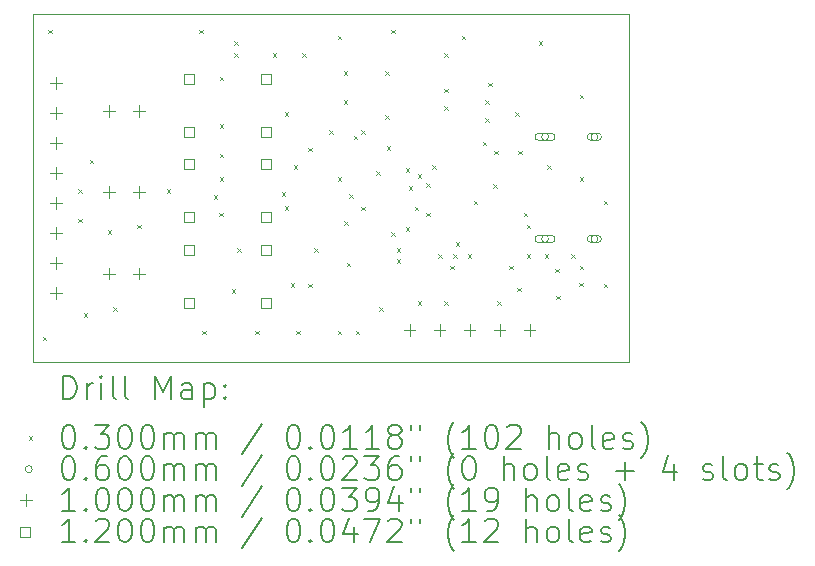
<source format=gbr>
%TF.GenerationSoftware,KiCad,Pcbnew,8.0.7*%
%TF.CreationDate,2025-04-15T10:47:45+02:00*%
%TF.ProjectId,colobus_hardware,636f6c6f-6275-4735-9f68-617264776172,rev?*%
%TF.SameCoordinates,Original*%
%TF.FileFunction,Drillmap*%
%TF.FilePolarity,Positive*%
%FSLAX45Y45*%
G04 Gerber Fmt 4.5, Leading zero omitted, Abs format (unit mm)*
G04 Created by KiCad (PCBNEW 8.0.7) date 2025-04-15 10:47:45*
%MOMM*%
%LPD*%
G01*
G04 APERTURE LIST*
%ADD10C,0.050000*%
%ADD11C,0.200000*%
%ADD12C,0.100000*%
%ADD13C,0.120000*%
G04 APERTURE END LIST*
D10*
X15050000Y-12950000D02*
X15050000Y-10000000D01*
X10000000Y-10000000D02*
X10000000Y-12950000D01*
X10000000Y-12950000D02*
X15050000Y-12950000D01*
X15050000Y-10000000D02*
X10000000Y-10000000D01*
D11*
D12*
X10085000Y-12735000D02*
X10115000Y-12765000D01*
X10115000Y-12735000D02*
X10085000Y-12765000D01*
X10135000Y-10135000D02*
X10165000Y-10165000D01*
X10165000Y-10135000D02*
X10135000Y-10165000D01*
X10385000Y-11485000D02*
X10415000Y-11515000D01*
X10415000Y-11485000D02*
X10385000Y-11515000D01*
X10385000Y-11735000D02*
X10415000Y-11765000D01*
X10415000Y-11735000D02*
X10385000Y-11765000D01*
X10435000Y-12535000D02*
X10465000Y-12565000D01*
X10465000Y-12535000D02*
X10435000Y-12565000D01*
X10485000Y-11235000D02*
X10515000Y-11265000D01*
X10515000Y-11235000D02*
X10485000Y-11265000D01*
X10635000Y-11835000D02*
X10665000Y-11865000D01*
X10665000Y-11835000D02*
X10635000Y-11865000D01*
X10685000Y-12485000D02*
X10715000Y-12515000D01*
X10715000Y-12485000D02*
X10685000Y-12515000D01*
X10885000Y-11785000D02*
X10915000Y-11815000D01*
X10915000Y-11785000D02*
X10885000Y-11815000D01*
X11135000Y-11485000D02*
X11165000Y-11515000D01*
X11165000Y-11485000D02*
X11135000Y-11515000D01*
X11411548Y-10134376D02*
X11441548Y-10164376D01*
X11441548Y-10134376D02*
X11411548Y-10164376D01*
X11435000Y-12685000D02*
X11465000Y-12715000D01*
X11465000Y-12685000D02*
X11435000Y-12715000D01*
X11535000Y-11535000D02*
X11565000Y-11565000D01*
X11565000Y-11535000D02*
X11535000Y-11565000D01*
X11580972Y-11683623D02*
X11610972Y-11713623D01*
X11610972Y-11683623D02*
X11580972Y-11713623D01*
X11585000Y-10535000D02*
X11615000Y-10565000D01*
X11615000Y-10535000D02*
X11585000Y-10565000D01*
X11585000Y-10935000D02*
X11615000Y-10965000D01*
X11615000Y-10935000D02*
X11585000Y-10965000D01*
X11585000Y-11185000D02*
X11615000Y-11215000D01*
X11615000Y-11185000D02*
X11585000Y-11215000D01*
X11585000Y-11385000D02*
X11615000Y-11415000D01*
X11615000Y-11385000D02*
X11585000Y-11415000D01*
X11685000Y-12335000D02*
X11715000Y-12365000D01*
X11715000Y-12335000D02*
X11685000Y-12365000D01*
X11709000Y-10235000D02*
X11739000Y-10265000D01*
X11739000Y-10235000D02*
X11709000Y-10265000D01*
X11709000Y-10335000D02*
X11739000Y-10365000D01*
X11739000Y-10335000D02*
X11709000Y-10365000D01*
X11735000Y-11985000D02*
X11765000Y-12015000D01*
X11765000Y-11985000D02*
X11735000Y-12015000D01*
X11885000Y-12685000D02*
X11915000Y-12715000D01*
X11915000Y-12685000D02*
X11885000Y-12715000D01*
X12035000Y-10335000D02*
X12065000Y-10365000D01*
X12065000Y-10335000D02*
X12035000Y-10365000D01*
X12110000Y-11510000D02*
X12140000Y-11540000D01*
X12140000Y-11510000D02*
X12110000Y-11540000D01*
X12135000Y-10835000D02*
X12165000Y-10865000D01*
X12165000Y-10835000D02*
X12135000Y-10865000D01*
X12135016Y-11630000D02*
X12165016Y-11660000D01*
X12165016Y-11630000D02*
X12135016Y-11660000D01*
X12187000Y-12283000D02*
X12217000Y-12313000D01*
X12217000Y-12283000D02*
X12187000Y-12313000D01*
X12210000Y-11285000D02*
X12240000Y-11315000D01*
X12240000Y-11285000D02*
X12210000Y-11315000D01*
X12235000Y-12685000D02*
X12265000Y-12715000D01*
X12265000Y-12685000D02*
X12235000Y-12715000D01*
X12285000Y-10335000D02*
X12315000Y-10365000D01*
X12315000Y-10335000D02*
X12285000Y-10365000D01*
X12335000Y-12285000D02*
X12365000Y-12315000D01*
X12365000Y-12285000D02*
X12335000Y-12315000D01*
X12336250Y-11136250D02*
X12366250Y-11166250D01*
X12366250Y-11136250D02*
X12336250Y-11166250D01*
X12385000Y-11985000D02*
X12415000Y-12015000D01*
X12415000Y-11985000D02*
X12385000Y-12015000D01*
X12510000Y-10985000D02*
X12540000Y-11015000D01*
X12540000Y-10985000D02*
X12510000Y-11015000D01*
X12585000Y-10185000D02*
X12615000Y-10215000D01*
X12615000Y-10185000D02*
X12585000Y-10215000D01*
X12585000Y-11385000D02*
X12615000Y-11415000D01*
X12615000Y-11385000D02*
X12585000Y-11415000D01*
X12585000Y-12685000D02*
X12615000Y-12715000D01*
X12615000Y-12685000D02*
X12585000Y-12715000D01*
X12635000Y-10485000D02*
X12665000Y-10515000D01*
X12665000Y-10485000D02*
X12635000Y-10515000D01*
X12635000Y-10735000D02*
X12665000Y-10765000D01*
X12665000Y-10735000D02*
X12635000Y-10765000D01*
X12637943Y-11757057D02*
X12667943Y-11787057D01*
X12667943Y-11757057D02*
X12637943Y-11787057D01*
X12660000Y-12110000D02*
X12690000Y-12140000D01*
X12690000Y-12110000D02*
X12660000Y-12140000D01*
X12680000Y-11528750D02*
X12710000Y-11558750D01*
X12710000Y-11528750D02*
X12680000Y-11558750D01*
X12720000Y-11035000D02*
X12750000Y-11065000D01*
X12750000Y-11035000D02*
X12720000Y-11065000D01*
X12735000Y-12685000D02*
X12765000Y-12715000D01*
X12765000Y-12685000D02*
X12735000Y-12715000D01*
X12785000Y-10985000D02*
X12815000Y-11015000D01*
X12815000Y-10985000D02*
X12785000Y-11015000D01*
X12785000Y-11635000D02*
X12815000Y-11665000D01*
X12815000Y-11635000D02*
X12785000Y-11665000D01*
X12910000Y-11335000D02*
X12940000Y-11365000D01*
X12940000Y-11335000D02*
X12910000Y-11365000D01*
X12935000Y-12485000D02*
X12965000Y-12515000D01*
X12965000Y-12485000D02*
X12935000Y-12515000D01*
X12985000Y-10485000D02*
X13015000Y-10515000D01*
X13015000Y-10485000D02*
X12985000Y-10515000D01*
X12985000Y-10860000D02*
X13015000Y-10890000D01*
X13015000Y-10860000D02*
X12985000Y-10890000D01*
X13000000Y-11120000D02*
X13030000Y-11150000D01*
X13030000Y-11120000D02*
X13000000Y-11150000D01*
X13035000Y-10135000D02*
X13065000Y-10165000D01*
X13065000Y-10135000D02*
X13035000Y-10165000D01*
X13035000Y-11849000D02*
X13065000Y-11879000D01*
X13065000Y-11849000D02*
X13035000Y-11879000D01*
X13085000Y-11985000D02*
X13115000Y-12015000D01*
X13115000Y-11985000D02*
X13085000Y-12015000D01*
X13085000Y-12077431D02*
X13115000Y-12107431D01*
X13115000Y-12077431D02*
X13085000Y-12107431D01*
X13160000Y-11310000D02*
X13190000Y-11340000D01*
X13190000Y-11310000D02*
X13160000Y-11340000D01*
X13160000Y-11810000D02*
X13190000Y-11840000D01*
X13190000Y-11810000D02*
X13160000Y-11840000D01*
X13185000Y-11460000D02*
X13215000Y-11490000D01*
X13215000Y-11460000D02*
X13185000Y-11490000D01*
X13235000Y-11635000D02*
X13265000Y-11665000D01*
X13265000Y-11635000D02*
X13235000Y-11665000D01*
X13260000Y-11360000D02*
X13290000Y-11390000D01*
X13290000Y-11360000D02*
X13260000Y-11390000D01*
X13260000Y-12435000D02*
X13290000Y-12465000D01*
X13290000Y-12435000D02*
X13260000Y-12465000D01*
X13335000Y-11434000D02*
X13365000Y-11464000D01*
X13365000Y-11434000D02*
X13335000Y-11464000D01*
X13335000Y-11685000D02*
X13365000Y-11715000D01*
X13365000Y-11685000D02*
X13335000Y-11715000D01*
X13385000Y-11285000D02*
X13415000Y-11315000D01*
X13415000Y-11285000D02*
X13385000Y-11315000D01*
X13435000Y-12035000D02*
X13465000Y-12065000D01*
X13465000Y-12035000D02*
X13435000Y-12065000D01*
X13485000Y-10335000D02*
X13515000Y-10365000D01*
X13515000Y-10335000D02*
X13485000Y-10365000D01*
X13485000Y-10635000D02*
X13515000Y-10665000D01*
X13515000Y-10635000D02*
X13485000Y-10665000D01*
X13485000Y-10785000D02*
X13515000Y-10815000D01*
X13515000Y-10785000D02*
X13485000Y-10815000D01*
X13485000Y-12435000D02*
X13515000Y-12465000D01*
X13515000Y-12435000D02*
X13485000Y-12465000D01*
X13535000Y-12135000D02*
X13565000Y-12165000D01*
X13565000Y-12135000D02*
X13535000Y-12165000D01*
X13560000Y-12035000D02*
X13590000Y-12065000D01*
X13590000Y-12035000D02*
X13560000Y-12065000D01*
X13585000Y-11935000D02*
X13615000Y-11965000D01*
X13615000Y-11935000D02*
X13585000Y-11965000D01*
X13635000Y-10185000D02*
X13665000Y-10215000D01*
X13665000Y-10185000D02*
X13635000Y-10215000D01*
X13685000Y-12035000D02*
X13715000Y-12065000D01*
X13715000Y-12035000D02*
X13685000Y-12065000D01*
X13735000Y-11585000D02*
X13765000Y-11615000D01*
X13765000Y-11585000D02*
X13735000Y-11615000D01*
X13811000Y-11086000D02*
X13841000Y-11116000D01*
X13841000Y-11086000D02*
X13811000Y-11116000D01*
X13835000Y-10735000D02*
X13865000Y-10765000D01*
X13865000Y-10735000D02*
X13835000Y-10765000D01*
X13835000Y-10885000D02*
X13865000Y-10915000D01*
X13865000Y-10885000D02*
X13835000Y-10915000D01*
X13860000Y-10585000D02*
X13890000Y-10615000D01*
X13890000Y-10585000D02*
X13860000Y-10615000D01*
X13898750Y-11446250D02*
X13928750Y-11476250D01*
X13928750Y-11446250D02*
X13898750Y-11476250D01*
X13910000Y-11160000D02*
X13940000Y-11190000D01*
X13940000Y-11160000D02*
X13910000Y-11190000D01*
X13935000Y-12435000D02*
X13965000Y-12465000D01*
X13965000Y-12435000D02*
X13935000Y-12465000D01*
X14035000Y-12135000D02*
X14065000Y-12165000D01*
X14065000Y-12135000D02*
X14035000Y-12165000D01*
X14085000Y-10835000D02*
X14115000Y-10865000D01*
X14115000Y-10835000D02*
X14085000Y-10865000D01*
X14105000Y-12321750D02*
X14135000Y-12351750D01*
X14135000Y-12321750D02*
X14105000Y-12351750D01*
X14113117Y-11160000D02*
X14143117Y-11190000D01*
X14143117Y-11160000D02*
X14113117Y-11190000D01*
X14160000Y-11685000D02*
X14190000Y-11715000D01*
X14190000Y-11685000D02*
X14160000Y-11715000D01*
X14185000Y-11785000D02*
X14215000Y-11815000D01*
X14215000Y-11785000D02*
X14185000Y-11815000D01*
X14185000Y-12035000D02*
X14215000Y-12065000D01*
X14215000Y-12035000D02*
X14185000Y-12065000D01*
X14285000Y-10235000D02*
X14315000Y-10265000D01*
X14315000Y-10235000D02*
X14285000Y-10265000D01*
X14335000Y-12035000D02*
X14365000Y-12065000D01*
X14365000Y-12035000D02*
X14335000Y-12065000D01*
X14360000Y-11285000D02*
X14390000Y-11315000D01*
X14390000Y-11285000D02*
X14360000Y-11315000D01*
X14425000Y-12160000D02*
X14455000Y-12190000D01*
X14455000Y-12160000D02*
X14425000Y-12190000D01*
X14435000Y-12387500D02*
X14465000Y-12417500D01*
X14465000Y-12387500D02*
X14435000Y-12417500D01*
X14560000Y-12035000D02*
X14590000Y-12065000D01*
X14590000Y-12035000D02*
X14560000Y-12065000D01*
X14628875Y-12278875D02*
X14658875Y-12308875D01*
X14658875Y-12278875D02*
X14628875Y-12308875D01*
X14635000Y-10685000D02*
X14665000Y-10715000D01*
X14665000Y-10685000D02*
X14635000Y-10715000D01*
X14635000Y-11385000D02*
X14665000Y-11415000D01*
X14665000Y-11385000D02*
X14635000Y-11415000D01*
X14635000Y-12135000D02*
X14665000Y-12165000D01*
X14665000Y-12135000D02*
X14635000Y-12165000D01*
X14835000Y-11585000D02*
X14865000Y-11615000D01*
X14865000Y-11585000D02*
X14835000Y-11615000D01*
X14835000Y-12285000D02*
X14865000Y-12315000D01*
X14865000Y-12285000D02*
X14835000Y-12315000D01*
X14369500Y-11043000D02*
G75*
G02*
X14309500Y-11043000I-30000J0D01*
G01*
X14309500Y-11043000D02*
G75*
G02*
X14369500Y-11043000I30000J0D01*
G01*
X14284500Y-11073000D02*
X14394500Y-11073000D01*
X14394500Y-11013000D02*
G75*
G02*
X14394500Y-11073000I0J-30000D01*
G01*
X14394500Y-11013000D02*
X14284500Y-11013000D01*
X14284500Y-11013000D02*
G75*
G03*
X14284500Y-11073000I0J-30000D01*
G01*
X14369500Y-11907000D02*
G75*
G02*
X14309500Y-11907000I-30000J0D01*
G01*
X14309500Y-11907000D02*
G75*
G02*
X14369500Y-11907000I30000J0D01*
G01*
X14284500Y-11937000D02*
X14394500Y-11937000D01*
X14394500Y-11877000D02*
G75*
G02*
X14394500Y-11937000I0J-30000D01*
G01*
X14394500Y-11877000D02*
X14284500Y-11877000D01*
X14284500Y-11877000D02*
G75*
G03*
X14284500Y-11937000I0J-30000D01*
G01*
X14787500Y-11043000D02*
G75*
G02*
X14727500Y-11043000I-30000J0D01*
G01*
X14727500Y-11043000D02*
G75*
G02*
X14787500Y-11043000I30000J0D01*
G01*
X14727500Y-11073000D02*
X14787500Y-11073000D01*
X14787500Y-11013000D02*
G75*
G02*
X14787500Y-11073000I0J-30000D01*
G01*
X14787500Y-11013000D02*
X14727500Y-11013000D01*
X14727500Y-11013000D02*
G75*
G03*
X14727500Y-11073000I0J-30000D01*
G01*
X14787500Y-11907000D02*
G75*
G02*
X14727500Y-11907000I-30000J0D01*
G01*
X14727500Y-11907000D02*
G75*
G02*
X14787500Y-11907000I30000J0D01*
G01*
X14727500Y-11937000D02*
X14787500Y-11937000D01*
X14787500Y-11877000D02*
G75*
G02*
X14787500Y-11937000I0J-30000D01*
G01*
X14787500Y-11877000D02*
X14727500Y-11877000D01*
X14727500Y-11877000D02*
G75*
G03*
X14727500Y-11937000I0J-30000D01*
G01*
X10200000Y-10537500D02*
X10200000Y-10637500D01*
X10150000Y-10587500D02*
X10250000Y-10587500D01*
X10200000Y-10791500D02*
X10200000Y-10891500D01*
X10150000Y-10841500D02*
X10250000Y-10841500D01*
X10200000Y-11045500D02*
X10200000Y-11145500D01*
X10150000Y-11095500D02*
X10250000Y-11095500D01*
X10200000Y-11299500D02*
X10200000Y-11399500D01*
X10150000Y-11349500D02*
X10250000Y-11349500D01*
X10200000Y-11553500D02*
X10200000Y-11653500D01*
X10150000Y-11603500D02*
X10250000Y-11603500D01*
X10200000Y-11807500D02*
X10200000Y-11907500D01*
X10150000Y-11857500D02*
X10250000Y-11857500D01*
X10200000Y-12061500D02*
X10200000Y-12161500D01*
X10150000Y-12111500D02*
X10250000Y-12111500D01*
X10200000Y-12315500D02*
X10200000Y-12415500D01*
X10150000Y-12365500D02*
X10250000Y-12365500D01*
X10646000Y-10775000D02*
X10646000Y-10875000D01*
X10596000Y-10825000D02*
X10696000Y-10825000D01*
X10646000Y-11462500D02*
X10646000Y-11562500D01*
X10596000Y-11512500D02*
X10696000Y-11512500D01*
X10646000Y-12150000D02*
X10646000Y-12250000D01*
X10596000Y-12200000D02*
X10696000Y-12200000D01*
X10900000Y-10775000D02*
X10900000Y-10875000D01*
X10850000Y-10825000D02*
X10950000Y-10825000D01*
X10900000Y-11462500D02*
X10900000Y-11562500D01*
X10850000Y-11512500D02*
X10950000Y-11512500D01*
X10900000Y-12150000D02*
X10900000Y-12250000D01*
X10850000Y-12200000D02*
X10950000Y-12200000D01*
X13192500Y-12625000D02*
X13192500Y-12725000D01*
X13142500Y-12675000D02*
X13242500Y-12675000D01*
X13446500Y-12625000D02*
X13446500Y-12725000D01*
X13396500Y-12675000D02*
X13496500Y-12675000D01*
X13700500Y-12625000D02*
X13700500Y-12725000D01*
X13650500Y-12675000D02*
X13750500Y-12675000D01*
X13954500Y-12625000D02*
X13954500Y-12725000D01*
X13904500Y-12675000D02*
X14004500Y-12675000D01*
X14208500Y-12625000D02*
X14208500Y-12725000D01*
X14158500Y-12675000D02*
X14258500Y-12675000D01*
D13*
X11367427Y-10592427D02*
X11367427Y-10507573D01*
X11282573Y-10507573D01*
X11282573Y-10592427D01*
X11367427Y-10592427D01*
X11367427Y-11042427D02*
X11367427Y-10957573D01*
X11282573Y-10957573D01*
X11282573Y-11042427D01*
X11367427Y-11042427D01*
X11367427Y-11317427D02*
X11367427Y-11232573D01*
X11282573Y-11232573D01*
X11282573Y-11317427D01*
X11367427Y-11317427D01*
X11367427Y-11767427D02*
X11367427Y-11682573D01*
X11282573Y-11682573D01*
X11282573Y-11767427D01*
X11367427Y-11767427D01*
X11367427Y-12042427D02*
X11367427Y-11957573D01*
X11282573Y-11957573D01*
X11282573Y-12042427D01*
X11367427Y-12042427D01*
X11367427Y-12492427D02*
X11367427Y-12407573D01*
X11282573Y-12407573D01*
X11282573Y-12492427D01*
X11367427Y-12492427D01*
X12017427Y-10592427D02*
X12017427Y-10507573D01*
X11932573Y-10507573D01*
X11932573Y-10592427D01*
X12017427Y-10592427D01*
X12017427Y-11042427D02*
X12017427Y-10957573D01*
X11932573Y-10957573D01*
X11932573Y-11042427D01*
X12017427Y-11042427D01*
X12017427Y-11317427D02*
X12017427Y-11232573D01*
X11932573Y-11232573D01*
X11932573Y-11317427D01*
X12017427Y-11317427D01*
X12017427Y-11767427D02*
X12017427Y-11682573D01*
X11932573Y-11682573D01*
X11932573Y-11767427D01*
X12017427Y-11767427D01*
X12017427Y-12042427D02*
X12017427Y-11957573D01*
X11932573Y-11957573D01*
X11932573Y-12042427D01*
X12017427Y-12042427D01*
X12017427Y-12492427D02*
X12017427Y-12407573D01*
X11932573Y-12407573D01*
X11932573Y-12492427D01*
X12017427Y-12492427D01*
D11*
X10258277Y-13263984D02*
X10258277Y-13063984D01*
X10258277Y-13063984D02*
X10305896Y-13063984D01*
X10305896Y-13063984D02*
X10334467Y-13073508D01*
X10334467Y-13073508D02*
X10353515Y-13092555D01*
X10353515Y-13092555D02*
X10363039Y-13111603D01*
X10363039Y-13111603D02*
X10372563Y-13149698D01*
X10372563Y-13149698D02*
X10372563Y-13178269D01*
X10372563Y-13178269D02*
X10363039Y-13216365D01*
X10363039Y-13216365D02*
X10353515Y-13235412D01*
X10353515Y-13235412D02*
X10334467Y-13254460D01*
X10334467Y-13254460D02*
X10305896Y-13263984D01*
X10305896Y-13263984D02*
X10258277Y-13263984D01*
X10458277Y-13263984D02*
X10458277Y-13130650D01*
X10458277Y-13168746D02*
X10467801Y-13149698D01*
X10467801Y-13149698D02*
X10477324Y-13140174D01*
X10477324Y-13140174D02*
X10496372Y-13130650D01*
X10496372Y-13130650D02*
X10515420Y-13130650D01*
X10582086Y-13263984D02*
X10582086Y-13130650D01*
X10582086Y-13063984D02*
X10572563Y-13073508D01*
X10572563Y-13073508D02*
X10582086Y-13083031D01*
X10582086Y-13083031D02*
X10591610Y-13073508D01*
X10591610Y-13073508D02*
X10582086Y-13063984D01*
X10582086Y-13063984D02*
X10582086Y-13083031D01*
X10705896Y-13263984D02*
X10686848Y-13254460D01*
X10686848Y-13254460D02*
X10677324Y-13235412D01*
X10677324Y-13235412D02*
X10677324Y-13063984D01*
X10810658Y-13263984D02*
X10791610Y-13254460D01*
X10791610Y-13254460D02*
X10782086Y-13235412D01*
X10782086Y-13235412D02*
X10782086Y-13063984D01*
X11039229Y-13263984D02*
X11039229Y-13063984D01*
X11039229Y-13063984D02*
X11105896Y-13206841D01*
X11105896Y-13206841D02*
X11172563Y-13063984D01*
X11172563Y-13063984D02*
X11172563Y-13263984D01*
X11353515Y-13263984D02*
X11353515Y-13159222D01*
X11353515Y-13159222D02*
X11343991Y-13140174D01*
X11343991Y-13140174D02*
X11324943Y-13130650D01*
X11324943Y-13130650D02*
X11286848Y-13130650D01*
X11286848Y-13130650D02*
X11267801Y-13140174D01*
X11353515Y-13254460D02*
X11334467Y-13263984D01*
X11334467Y-13263984D02*
X11286848Y-13263984D01*
X11286848Y-13263984D02*
X11267801Y-13254460D01*
X11267801Y-13254460D02*
X11258277Y-13235412D01*
X11258277Y-13235412D02*
X11258277Y-13216365D01*
X11258277Y-13216365D02*
X11267801Y-13197317D01*
X11267801Y-13197317D02*
X11286848Y-13187793D01*
X11286848Y-13187793D02*
X11334467Y-13187793D01*
X11334467Y-13187793D02*
X11353515Y-13178269D01*
X11448753Y-13130650D02*
X11448753Y-13330650D01*
X11448753Y-13140174D02*
X11467801Y-13130650D01*
X11467801Y-13130650D02*
X11505896Y-13130650D01*
X11505896Y-13130650D02*
X11524943Y-13140174D01*
X11524943Y-13140174D02*
X11534467Y-13149698D01*
X11534467Y-13149698D02*
X11543991Y-13168746D01*
X11543991Y-13168746D02*
X11543991Y-13225888D01*
X11543991Y-13225888D02*
X11534467Y-13244936D01*
X11534467Y-13244936D02*
X11524943Y-13254460D01*
X11524943Y-13254460D02*
X11505896Y-13263984D01*
X11505896Y-13263984D02*
X11467801Y-13263984D01*
X11467801Y-13263984D02*
X11448753Y-13254460D01*
X11629705Y-13244936D02*
X11639229Y-13254460D01*
X11639229Y-13254460D02*
X11629705Y-13263984D01*
X11629705Y-13263984D02*
X11620182Y-13254460D01*
X11620182Y-13254460D02*
X11629705Y-13244936D01*
X11629705Y-13244936D02*
X11629705Y-13263984D01*
X11629705Y-13140174D02*
X11639229Y-13149698D01*
X11639229Y-13149698D02*
X11629705Y-13159222D01*
X11629705Y-13159222D02*
X11620182Y-13149698D01*
X11620182Y-13149698D02*
X11629705Y-13140174D01*
X11629705Y-13140174D02*
X11629705Y-13159222D01*
D12*
X9967500Y-13577500D02*
X9997500Y-13607500D01*
X9997500Y-13577500D02*
X9967500Y-13607500D01*
D11*
X10296372Y-13483984D02*
X10315420Y-13483984D01*
X10315420Y-13483984D02*
X10334467Y-13493508D01*
X10334467Y-13493508D02*
X10343991Y-13503031D01*
X10343991Y-13503031D02*
X10353515Y-13522079D01*
X10353515Y-13522079D02*
X10363039Y-13560174D01*
X10363039Y-13560174D02*
X10363039Y-13607793D01*
X10363039Y-13607793D02*
X10353515Y-13645888D01*
X10353515Y-13645888D02*
X10343991Y-13664936D01*
X10343991Y-13664936D02*
X10334467Y-13674460D01*
X10334467Y-13674460D02*
X10315420Y-13683984D01*
X10315420Y-13683984D02*
X10296372Y-13683984D01*
X10296372Y-13683984D02*
X10277324Y-13674460D01*
X10277324Y-13674460D02*
X10267801Y-13664936D01*
X10267801Y-13664936D02*
X10258277Y-13645888D01*
X10258277Y-13645888D02*
X10248753Y-13607793D01*
X10248753Y-13607793D02*
X10248753Y-13560174D01*
X10248753Y-13560174D02*
X10258277Y-13522079D01*
X10258277Y-13522079D02*
X10267801Y-13503031D01*
X10267801Y-13503031D02*
X10277324Y-13493508D01*
X10277324Y-13493508D02*
X10296372Y-13483984D01*
X10448753Y-13664936D02*
X10458277Y-13674460D01*
X10458277Y-13674460D02*
X10448753Y-13683984D01*
X10448753Y-13683984D02*
X10439229Y-13674460D01*
X10439229Y-13674460D02*
X10448753Y-13664936D01*
X10448753Y-13664936D02*
X10448753Y-13683984D01*
X10524944Y-13483984D02*
X10648753Y-13483984D01*
X10648753Y-13483984D02*
X10582086Y-13560174D01*
X10582086Y-13560174D02*
X10610658Y-13560174D01*
X10610658Y-13560174D02*
X10629705Y-13569698D01*
X10629705Y-13569698D02*
X10639229Y-13579222D01*
X10639229Y-13579222D02*
X10648753Y-13598269D01*
X10648753Y-13598269D02*
X10648753Y-13645888D01*
X10648753Y-13645888D02*
X10639229Y-13664936D01*
X10639229Y-13664936D02*
X10629705Y-13674460D01*
X10629705Y-13674460D02*
X10610658Y-13683984D01*
X10610658Y-13683984D02*
X10553515Y-13683984D01*
X10553515Y-13683984D02*
X10534467Y-13674460D01*
X10534467Y-13674460D02*
X10524944Y-13664936D01*
X10772563Y-13483984D02*
X10791610Y-13483984D01*
X10791610Y-13483984D02*
X10810658Y-13493508D01*
X10810658Y-13493508D02*
X10820182Y-13503031D01*
X10820182Y-13503031D02*
X10829705Y-13522079D01*
X10829705Y-13522079D02*
X10839229Y-13560174D01*
X10839229Y-13560174D02*
X10839229Y-13607793D01*
X10839229Y-13607793D02*
X10829705Y-13645888D01*
X10829705Y-13645888D02*
X10820182Y-13664936D01*
X10820182Y-13664936D02*
X10810658Y-13674460D01*
X10810658Y-13674460D02*
X10791610Y-13683984D01*
X10791610Y-13683984D02*
X10772563Y-13683984D01*
X10772563Y-13683984D02*
X10753515Y-13674460D01*
X10753515Y-13674460D02*
X10743991Y-13664936D01*
X10743991Y-13664936D02*
X10734467Y-13645888D01*
X10734467Y-13645888D02*
X10724944Y-13607793D01*
X10724944Y-13607793D02*
X10724944Y-13560174D01*
X10724944Y-13560174D02*
X10734467Y-13522079D01*
X10734467Y-13522079D02*
X10743991Y-13503031D01*
X10743991Y-13503031D02*
X10753515Y-13493508D01*
X10753515Y-13493508D02*
X10772563Y-13483984D01*
X10963039Y-13483984D02*
X10982086Y-13483984D01*
X10982086Y-13483984D02*
X11001134Y-13493508D01*
X11001134Y-13493508D02*
X11010658Y-13503031D01*
X11010658Y-13503031D02*
X11020182Y-13522079D01*
X11020182Y-13522079D02*
X11029705Y-13560174D01*
X11029705Y-13560174D02*
X11029705Y-13607793D01*
X11029705Y-13607793D02*
X11020182Y-13645888D01*
X11020182Y-13645888D02*
X11010658Y-13664936D01*
X11010658Y-13664936D02*
X11001134Y-13674460D01*
X11001134Y-13674460D02*
X10982086Y-13683984D01*
X10982086Y-13683984D02*
X10963039Y-13683984D01*
X10963039Y-13683984D02*
X10943991Y-13674460D01*
X10943991Y-13674460D02*
X10934467Y-13664936D01*
X10934467Y-13664936D02*
X10924944Y-13645888D01*
X10924944Y-13645888D02*
X10915420Y-13607793D01*
X10915420Y-13607793D02*
X10915420Y-13560174D01*
X10915420Y-13560174D02*
X10924944Y-13522079D01*
X10924944Y-13522079D02*
X10934467Y-13503031D01*
X10934467Y-13503031D02*
X10943991Y-13493508D01*
X10943991Y-13493508D02*
X10963039Y-13483984D01*
X11115420Y-13683984D02*
X11115420Y-13550650D01*
X11115420Y-13569698D02*
X11124944Y-13560174D01*
X11124944Y-13560174D02*
X11143991Y-13550650D01*
X11143991Y-13550650D02*
X11172563Y-13550650D01*
X11172563Y-13550650D02*
X11191610Y-13560174D01*
X11191610Y-13560174D02*
X11201134Y-13579222D01*
X11201134Y-13579222D02*
X11201134Y-13683984D01*
X11201134Y-13579222D02*
X11210658Y-13560174D01*
X11210658Y-13560174D02*
X11229705Y-13550650D01*
X11229705Y-13550650D02*
X11258277Y-13550650D01*
X11258277Y-13550650D02*
X11277324Y-13560174D01*
X11277324Y-13560174D02*
X11286848Y-13579222D01*
X11286848Y-13579222D02*
X11286848Y-13683984D01*
X11382086Y-13683984D02*
X11382086Y-13550650D01*
X11382086Y-13569698D02*
X11391610Y-13560174D01*
X11391610Y-13560174D02*
X11410658Y-13550650D01*
X11410658Y-13550650D02*
X11439229Y-13550650D01*
X11439229Y-13550650D02*
X11458277Y-13560174D01*
X11458277Y-13560174D02*
X11467801Y-13579222D01*
X11467801Y-13579222D02*
X11467801Y-13683984D01*
X11467801Y-13579222D02*
X11477324Y-13560174D01*
X11477324Y-13560174D02*
X11496372Y-13550650D01*
X11496372Y-13550650D02*
X11524943Y-13550650D01*
X11524943Y-13550650D02*
X11543991Y-13560174D01*
X11543991Y-13560174D02*
X11553515Y-13579222D01*
X11553515Y-13579222D02*
X11553515Y-13683984D01*
X11943991Y-13474460D02*
X11772563Y-13731603D01*
X12201134Y-13483984D02*
X12220182Y-13483984D01*
X12220182Y-13483984D02*
X12239229Y-13493508D01*
X12239229Y-13493508D02*
X12248753Y-13503031D01*
X12248753Y-13503031D02*
X12258277Y-13522079D01*
X12258277Y-13522079D02*
X12267801Y-13560174D01*
X12267801Y-13560174D02*
X12267801Y-13607793D01*
X12267801Y-13607793D02*
X12258277Y-13645888D01*
X12258277Y-13645888D02*
X12248753Y-13664936D01*
X12248753Y-13664936D02*
X12239229Y-13674460D01*
X12239229Y-13674460D02*
X12220182Y-13683984D01*
X12220182Y-13683984D02*
X12201134Y-13683984D01*
X12201134Y-13683984D02*
X12182086Y-13674460D01*
X12182086Y-13674460D02*
X12172563Y-13664936D01*
X12172563Y-13664936D02*
X12163039Y-13645888D01*
X12163039Y-13645888D02*
X12153515Y-13607793D01*
X12153515Y-13607793D02*
X12153515Y-13560174D01*
X12153515Y-13560174D02*
X12163039Y-13522079D01*
X12163039Y-13522079D02*
X12172563Y-13503031D01*
X12172563Y-13503031D02*
X12182086Y-13493508D01*
X12182086Y-13493508D02*
X12201134Y-13483984D01*
X12353515Y-13664936D02*
X12363039Y-13674460D01*
X12363039Y-13674460D02*
X12353515Y-13683984D01*
X12353515Y-13683984D02*
X12343991Y-13674460D01*
X12343991Y-13674460D02*
X12353515Y-13664936D01*
X12353515Y-13664936D02*
X12353515Y-13683984D01*
X12486848Y-13483984D02*
X12505896Y-13483984D01*
X12505896Y-13483984D02*
X12524944Y-13493508D01*
X12524944Y-13493508D02*
X12534467Y-13503031D01*
X12534467Y-13503031D02*
X12543991Y-13522079D01*
X12543991Y-13522079D02*
X12553515Y-13560174D01*
X12553515Y-13560174D02*
X12553515Y-13607793D01*
X12553515Y-13607793D02*
X12543991Y-13645888D01*
X12543991Y-13645888D02*
X12534467Y-13664936D01*
X12534467Y-13664936D02*
X12524944Y-13674460D01*
X12524944Y-13674460D02*
X12505896Y-13683984D01*
X12505896Y-13683984D02*
X12486848Y-13683984D01*
X12486848Y-13683984D02*
X12467801Y-13674460D01*
X12467801Y-13674460D02*
X12458277Y-13664936D01*
X12458277Y-13664936D02*
X12448753Y-13645888D01*
X12448753Y-13645888D02*
X12439229Y-13607793D01*
X12439229Y-13607793D02*
X12439229Y-13560174D01*
X12439229Y-13560174D02*
X12448753Y-13522079D01*
X12448753Y-13522079D02*
X12458277Y-13503031D01*
X12458277Y-13503031D02*
X12467801Y-13493508D01*
X12467801Y-13493508D02*
X12486848Y-13483984D01*
X12743991Y-13683984D02*
X12629706Y-13683984D01*
X12686848Y-13683984D02*
X12686848Y-13483984D01*
X12686848Y-13483984D02*
X12667801Y-13512555D01*
X12667801Y-13512555D02*
X12648753Y-13531603D01*
X12648753Y-13531603D02*
X12629706Y-13541127D01*
X12934467Y-13683984D02*
X12820182Y-13683984D01*
X12877325Y-13683984D02*
X12877325Y-13483984D01*
X12877325Y-13483984D02*
X12858277Y-13512555D01*
X12858277Y-13512555D02*
X12839229Y-13531603D01*
X12839229Y-13531603D02*
X12820182Y-13541127D01*
X13048753Y-13569698D02*
X13029706Y-13560174D01*
X13029706Y-13560174D02*
X13020182Y-13550650D01*
X13020182Y-13550650D02*
X13010658Y-13531603D01*
X13010658Y-13531603D02*
X13010658Y-13522079D01*
X13010658Y-13522079D02*
X13020182Y-13503031D01*
X13020182Y-13503031D02*
X13029706Y-13493508D01*
X13029706Y-13493508D02*
X13048753Y-13483984D01*
X13048753Y-13483984D02*
X13086848Y-13483984D01*
X13086848Y-13483984D02*
X13105896Y-13493508D01*
X13105896Y-13493508D02*
X13115420Y-13503031D01*
X13115420Y-13503031D02*
X13124944Y-13522079D01*
X13124944Y-13522079D02*
X13124944Y-13531603D01*
X13124944Y-13531603D02*
X13115420Y-13550650D01*
X13115420Y-13550650D02*
X13105896Y-13560174D01*
X13105896Y-13560174D02*
X13086848Y-13569698D01*
X13086848Y-13569698D02*
X13048753Y-13569698D01*
X13048753Y-13569698D02*
X13029706Y-13579222D01*
X13029706Y-13579222D02*
X13020182Y-13588746D01*
X13020182Y-13588746D02*
X13010658Y-13607793D01*
X13010658Y-13607793D02*
X13010658Y-13645888D01*
X13010658Y-13645888D02*
X13020182Y-13664936D01*
X13020182Y-13664936D02*
X13029706Y-13674460D01*
X13029706Y-13674460D02*
X13048753Y-13683984D01*
X13048753Y-13683984D02*
X13086848Y-13683984D01*
X13086848Y-13683984D02*
X13105896Y-13674460D01*
X13105896Y-13674460D02*
X13115420Y-13664936D01*
X13115420Y-13664936D02*
X13124944Y-13645888D01*
X13124944Y-13645888D02*
X13124944Y-13607793D01*
X13124944Y-13607793D02*
X13115420Y-13588746D01*
X13115420Y-13588746D02*
X13105896Y-13579222D01*
X13105896Y-13579222D02*
X13086848Y-13569698D01*
X13201134Y-13483984D02*
X13201134Y-13522079D01*
X13277325Y-13483984D02*
X13277325Y-13522079D01*
X13572563Y-13760174D02*
X13563039Y-13750650D01*
X13563039Y-13750650D02*
X13543991Y-13722079D01*
X13543991Y-13722079D02*
X13534468Y-13703031D01*
X13534468Y-13703031D02*
X13524944Y-13674460D01*
X13524944Y-13674460D02*
X13515420Y-13626841D01*
X13515420Y-13626841D02*
X13515420Y-13588746D01*
X13515420Y-13588746D02*
X13524944Y-13541127D01*
X13524944Y-13541127D02*
X13534468Y-13512555D01*
X13534468Y-13512555D02*
X13543991Y-13493508D01*
X13543991Y-13493508D02*
X13563039Y-13464936D01*
X13563039Y-13464936D02*
X13572563Y-13455412D01*
X13753515Y-13683984D02*
X13639229Y-13683984D01*
X13696372Y-13683984D02*
X13696372Y-13483984D01*
X13696372Y-13483984D02*
X13677325Y-13512555D01*
X13677325Y-13512555D02*
X13658277Y-13531603D01*
X13658277Y-13531603D02*
X13639229Y-13541127D01*
X13877325Y-13483984D02*
X13896372Y-13483984D01*
X13896372Y-13483984D02*
X13915420Y-13493508D01*
X13915420Y-13493508D02*
X13924944Y-13503031D01*
X13924944Y-13503031D02*
X13934468Y-13522079D01*
X13934468Y-13522079D02*
X13943991Y-13560174D01*
X13943991Y-13560174D02*
X13943991Y-13607793D01*
X13943991Y-13607793D02*
X13934468Y-13645888D01*
X13934468Y-13645888D02*
X13924944Y-13664936D01*
X13924944Y-13664936D02*
X13915420Y-13674460D01*
X13915420Y-13674460D02*
X13896372Y-13683984D01*
X13896372Y-13683984D02*
X13877325Y-13683984D01*
X13877325Y-13683984D02*
X13858277Y-13674460D01*
X13858277Y-13674460D02*
X13848753Y-13664936D01*
X13848753Y-13664936D02*
X13839229Y-13645888D01*
X13839229Y-13645888D02*
X13829706Y-13607793D01*
X13829706Y-13607793D02*
X13829706Y-13560174D01*
X13829706Y-13560174D02*
X13839229Y-13522079D01*
X13839229Y-13522079D02*
X13848753Y-13503031D01*
X13848753Y-13503031D02*
X13858277Y-13493508D01*
X13858277Y-13493508D02*
X13877325Y-13483984D01*
X14020182Y-13503031D02*
X14029706Y-13493508D01*
X14029706Y-13493508D02*
X14048753Y-13483984D01*
X14048753Y-13483984D02*
X14096372Y-13483984D01*
X14096372Y-13483984D02*
X14115420Y-13493508D01*
X14115420Y-13493508D02*
X14124944Y-13503031D01*
X14124944Y-13503031D02*
X14134468Y-13522079D01*
X14134468Y-13522079D02*
X14134468Y-13541127D01*
X14134468Y-13541127D02*
X14124944Y-13569698D01*
X14124944Y-13569698D02*
X14010658Y-13683984D01*
X14010658Y-13683984D02*
X14134468Y-13683984D01*
X14372563Y-13683984D02*
X14372563Y-13483984D01*
X14458277Y-13683984D02*
X14458277Y-13579222D01*
X14458277Y-13579222D02*
X14448753Y-13560174D01*
X14448753Y-13560174D02*
X14429706Y-13550650D01*
X14429706Y-13550650D02*
X14401134Y-13550650D01*
X14401134Y-13550650D02*
X14382087Y-13560174D01*
X14382087Y-13560174D02*
X14372563Y-13569698D01*
X14582087Y-13683984D02*
X14563039Y-13674460D01*
X14563039Y-13674460D02*
X14553515Y-13664936D01*
X14553515Y-13664936D02*
X14543991Y-13645888D01*
X14543991Y-13645888D02*
X14543991Y-13588746D01*
X14543991Y-13588746D02*
X14553515Y-13569698D01*
X14553515Y-13569698D02*
X14563039Y-13560174D01*
X14563039Y-13560174D02*
X14582087Y-13550650D01*
X14582087Y-13550650D02*
X14610658Y-13550650D01*
X14610658Y-13550650D02*
X14629706Y-13560174D01*
X14629706Y-13560174D02*
X14639230Y-13569698D01*
X14639230Y-13569698D02*
X14648753Y-13588746D01*
X14648753Y-13588746D02*
X14648753Y-13645888D01*
X14648753Y-13645888D02*
X14639230Y-13664936D01*
X14639230Y-13664936D02*
X14629706Y-13674460D01*
X14629706Y-13674460D02*
X14610658Y-13683984D01*
X14610658Y-13683984D02*
X14582087Y-13683984D01*
X14763039Y-13683984D02*
X14743991Y-13674460D01*
X14743991Y-13674460D02*
X14734468Y-13655412D01*
X14734468Y-13655412D02*
X14734468Y-13483984D01*
X14915420Y-13674460D02*
X14896372Y-13683984D01*
X14896372Y-13683984D02*
X14858277Y-13683984D01*
X14858277Y-13683984D02*
X14839230Y-13674460D01*
X14839230Y-13674460D02*
X14829706Y-13655412D01*
X14829706Y-13655412D02*
X14829706Y-13579222D01*
X14829706Y-13579222D02*
X14839230Y-13560174D01*
X14839230Y-13560174D02*
X14858277Y-13550650D01*
X14858277Y-13550650D02*
X14896372Y-13550650D01*
X14896372Y-13550650D02*
X14915420Y-13560174D01*
X14915420Y-13560174D02*
X14924944Y-13579222D01*
X14924944Y-13579222D02*
X14924944Y-13598269D01*
X14924944Y-13598269D02*
X14829706Y-13617317D01*
X15001134Y-13674460D02*
X15020182Y-13683984D01*
X15020182Y-13683984D02*
X15058277Y-13683984D01*
X15058277Y-13683984D02*
X15077325Y-13674460D01*
X15077325Y-13674460D02*
X15086849Y-13655412D01*
X15086849Y-13655412D02*
X15086849Y-13645888D01*
X15086849Y-13645888D02*
X15077325Y-13626841D01*
X15077325Y-13626841D02*
X15058277Y-13617317D01*
X15058277Y-13617317D02*
X15029706Y-13617317D01*
X15029706Y-13617317D02*
X15010658Y-13607793D01*
X15010658Y-13607793D02*
X15001134Y-13588746D01*
X15001134Y-13588746D02*
X15001134Y-13579222D01*
X15001134Y-13579222D02*
X15010658Y-13560174D01*
X15010658Y-13560174D02*
X15029706Y-13550650D01*
X15029706Y-13550650D02*
X15058277Y-13550650D01*
X15058277Y-13550650D02*
X15077325Y-13560174D01*
X15153515Y-13760174D02*
X15163039Y-13750650D01*
X15163039Y-13750650D02*
X15182087Y-13722079D01*
X15182087Y-13722079D02*
X15191611Y-13703031D01*
X15191611Y-13703031D02*
X15201134Y-13674460D01*
X15201134Y-13674460D02*
X15210658Y-13626841D01*
X15210658Y-13626841D02*
X15210658Y-13588746D01*
X15210658Y-13588746D02*
X15201134Y-13541127D01*
X15201134Y-13541127D02*
X15191611Y-13512555D01*
X15191611Y-13512555D02*
X15182087Y-13493508D01*
X15182087Y-13493508D02*
X15163039Y-13464936D01*
X15163039Y-13464936D02*
X15153515Y-13455412D01*
D12*
X9997500Y-13856500D02*
G75*
G02*
X9937500Y-13856500I-30000J0D01*
G01*
X9937500Y-13856500D02*
G75*
G02*
X9997500Y-13856500I30000J0D01*
G01*
D11*
X10296372Y-13747984D02*
X10315420Y-13747984D01*
X10315420Y-13747984D02*
X10334467Y-13757508D01*
X10334467Y-13757508D02*
X10343991Y-13767031D01*
X10343991Y-13767031D02*
X10353515Y-13786079D01*
X10353515Y-13786079D02*
X10363039Y-13824174D01*
X10363039Y-13824174D02*
X10363039Y-13871793D01*
X10363039Y-13871793D02*
X10353515Y-13909888D01*
X10353515Y-13909888D02*
X10343991Y-13928936D01*
X10343991Y-13928936D02*
X10334467Y-13938460D01*
X10334467Y-13938460D02*
X10315420Y-13947984D01*
X10315420Y-13947984D02*
X10296372Y-13947984D01*
X10296372Y-13947984D02*
X10277324Y-13938460D01*
X10277324Y-13938460D02*
X10267801Y-13928936D01*
X10267801Y-13928936D02*
X10258277Y-13909888D01*
X10258277Y-13909888D02*
X10248753Y-13871793D01*
X10248753Y-13871793D02*
X10248753Y-13824174D01*
X10248753Y-13824174D02*
X10258277Y-13786079D01*
X10258277Y-13786079D02*
X10267801Y-13767031D01*
X10267801Y-13767031D02*
X10277324Y-13757508D01*
X10277324Y-13757508D02*
X10296372Y-13747984D01*
X10448753Y-13928936D02*
X10458277Y-13938460D01*
X10458277Y-13938460D02*
X10448753Y-13947984D01*
X10448753Y-13947984D02*
X10439229Y-13938460D01*
X10439229Y-13938460D02*
X10448753Y-13928936D01*
X10448753Y-13928936D02*
X10448753Y-13947984D01*
X10629705Y-13747984D02*
X10591610Y-13747984D01*
X10591610Y-13747984D02*
X10572563Y-13757508D01*
X10572563Y-13757508D02*
X10563039Y-13767031D01*
X10563039Y-13767031D02*
X10543991Y-13795603D01*
X10543991Y-13795603D02*
X10534467Y-13833698D01*
X10534467Y-13833698D02*
X10534467Y-13909888D01*
X10534467Y-13909888D02*
X10543991Y-13928936D01*
X10543991Y-13928936D02*
X10553515Y-13938460D01*
X10553515Y-13938460D02*
X10572563Y-13947984D01*
X10572563Y-13947984D02*
X10610658Y-13947984D01*
X10610658Y-13947984D02*
X10629705Y-13938460D01*
X10629705Y-13938460D02*
X10639229Y-13928936D01*
X10639229Y-13928936D02*
X10648753Y-13909888D01*
X10648753Y-13909888D02*
X10648753Y-13862269D01*
X10648753Y-13862269D02*
X10639229Y-13843222D01*
X10639229Y-13843222D02*
X10629705Y-13833698D01*
X10629705Y-13833698D02*
X10610658Y-13824174D01*
X10610658Y-13824174D02*
X10572563Y-13824174D01*
X10572563Y-13824174D02*
X10553515Y-13833698D01*
X10553515Y-13833698D02*
X10543991Y-13843222D01*
X10543991Y-13843222D02*
X10534467Y-13862269D01*
X10772563Y-13747984D02*
X10791610Y-13747984D01*
X10791610Y-13747984D02*
X10810658Y-13757508D01*
X10810658Y-13757508D02*
X10820182Y-13767031D01*
X10820182Y-13767031D02*
X10829705Y-13786079D01*
X10829705Y-13786079D02*
X10839229Y-13824174D01*
X10839229Y-13824174D02*
X10839229Y-13871793D01*
X10839229Y-13871793D02*
X10829705Y-13909888D01*
X10829705Y-13909888D02*
X10820182Y-13928936D01*
X10820182Y-13928936D02*
X10810658Y-13938460D01*
X10810658Y-13938460D02*
X10791610Y-13947984D01*
X10791610Y-13947984D02*
X10772563Y-13947984D01*
X10772563Y-13947984D02*
X10753515Y-13938460D01*
X10753515Y-13938460D02*
X10743991Y-13928936D01*
X10743991Y-13928936D02*
X10734467Y-13909888D01*
X10734467Y-13909888D02*
X10724944Y-13871793D01*
X10724944Y-13871793D02*
X10724944Y-13824174D01*
X10724944Y-13824174D02*
X10734467Y-13786079D01*
X10734467Y-13786079D02*
X10743991Y-13767031D01*
X10743991Y-13767031D02*
X10753515Y-13757508D01*
X10753515Y-13757508D02*
X10772563Y-13747984D01*
X10963039Y-13747984D02*
X10982086Y-13747984D01*
X10982086Y-13747984D02*
X11001134Y-13757508D01*
X11001134Y-13757508D02*
X11010658Y-13767031D01*
X11010658Y-13767031D02*
X11020182Y-13786079D01*
X11020182Y-13786079D02*
X11029705Y-13824174D01*
X11029705Y-13824174D02*
X11029705Y-13871793D01*
X11029705Y-13871793D02*
X11020182Y-13909888D01*
X11020182Y-13909888D02*
X11010658Y-13928936D01*
X11010658Y-13928936D02*
X11001134Y-13938460D01*
X11001134Y-13938460D02*
X10982086Y-13947984D01*
X10982086Y-13947984D02*
X10963039Y-13947984D01*
X10963039Y-13947984D02*
X10943991Y-13938460D01*
X10943991Y-13938460D02*
X10934467Y-13928936D01*
X10934467Y-13928936D02*
X10924944Y-13909888D01*
X10924944Y-13909888D02*
X10915420Y-13871793D01*
X10915420Y-13871793D02*
X10915420Y-13824174D01*
X10915420Y-13824174D02*
X10924944Y-13786079D01*
X10924944Y-13786079D02*
X10934467Y-13767031D01*
X10934467Y-13767031D02*
X10943991Y-13757508D01*
X10943991Y-13757508D02*
X10963039Y-13747984D01*
X11115420Y-13947984D02*
X11115420Y-13814650D01*
X11115420Y-13833698D02*
X11124944Y-13824174D01*
X11124944Y-13824174D02*
X11143991Y-13814650D01*
X11143991Y-13814650D02*
X11172563Y-13814650D01*
X11172563Y-13814650D02*
X11191610Y-13824174D01*
X11191610Y-13824174D02*
X11201134Y-13843222D01*
X11201134Y-13843222D02*
X11201134Y-13947984D01*
X11201134Y-13843222D02*
X11210658Y-13824174D01*
X11210658Y-13824174D02*
X11229705Y-13814650D01*
X11229705Y-13814650D02*
X11258277Y-13814650D01*
X11258277Y-13814650D02*
X11277324Y-13824174D01*
X11277324Y-13824174D02*
X11286848Y-13843222D01*
X11286848Y-13843222D02*
X11286848Y-13947984D01*
X11382086Y-13947984D02*
X11382086Y-13814650D01*
X11382086Y-13833698D02*
X11391610Y-13824174D01*
X11391610Y-13824174D02*
X11410658Y-13814650D01*
X11410658Y-13814650D02*
X11439229Y-13814650D01*
X11439229Y-13814650D02*
X11458277Y-13824174D01*
X11458277Y-13824174D02*
X11467801Y-13843222D01*
X11467801Y-13843222D02*
X11467801Y-13947984D01*
X11467801Y-13843222D02*
X11477324Y-13824174D01*
X11477324Y-13824174D02*
X11496372Y-13814650D01*
X11496372Y-13814650D02*
X11524943Y-13814650D01*
X11524943Y-13814650D02*
X11543991Y-13824174D01*
X11543991Y-13824174D02*
X11553515Y-13843222D01*
X11553515Y-13843222D02*
X11553515Y-13947984D01*
X11943991Y-13738460D02*
X11772563Y-13995603D01*
X12201134Y-13747984D02*
X12220182Y-13747984D01*
X12220182Y-13747984D02*
X12239229Y-13757508D01*
X12239229Y-13757508D02*
X12248753Y-13767031D01*
X12248753Y-13767031D02*
X12258277Y-13786079D01*
X12258277Y-13786079D02*
X12267801Y-13824174D01*
X12267801Y-13824174D02*
X12267801Y-13871793D01*
X12267801Y-13871793D02*
X12258277Y-13909888D01*
X12258277Y-13909888D02*
X12248753Y-13928936D01*
X12248753Y-13928936D02*
X12239229Y-13938460D01*
X12239229Y-13938460D02*
X12220182Y-13947984D01*
X12220182Y-13947984D02*
X12201134Y-13947984D01*
X12201134Y-13947984D02*
X12182086Y-13938460D01*
X12182086Y-13938460D02*
X12172563Y-13928936D01*
X12172563Y-13928936D02*
X12163039Y-13909888D01*
X12163039Y-13909888D02*
X12153515Y-13871793D01*
X12153515Y-13871793D02*
X12153515Y-13824174D01*
X12153515Y-13824174D02*
X12163039Y-13786079D01*
X12163039Y-13786079D02*
X12172563Y-13767031D01*
X12172563Y-13767031D02*
X12182086Y-13757508D01*
X12182086Y-13757508D02*
X12201134Y-13747984D01*
X12353515Y-13928936D02*
X12363039Y-13938460D01*
X12363039Y-13938460D02*
X12353515Y-13947984D01*
X12353515Y-13947984D02*
X12343991Y-13938460D01*
X12343991Y-13938460D02*
X12353515Y-13928936D01*
X12353515Y-13928936D02*
X12353515Y-13947984D01*
X12486848Y-13747984D02*
X12505896Y-13747984D01*
X12505896Y-13747984D02*
X12524944Y-13757508D01*
X12524944Y-13757508D02*
X12534467Y-13767031D01*
X12534467Y-13767031D02*
X12543991Y-13786079D01*
X12543991Y-13786079D02*
X12553515Y-13824174D01*
X12553515Y-13824174D02*
X12553515Y-13871793D01*
X12553515Y-13871793D02*
X12543991Y-13909888D01*
X12543991Y-13909888D02*
X12534467Y-13928936D01*
X12534467Y-13928936D02*
X12524944Y-13938460D01*
X12524944Y-13938460D02*
X12505896Y-13947984D01*
X12505896Y-13947984D02*
X12486848Y-13947984D01*
X12486848Y-13947984D02*
X12467801Y-13938460D01*
X12467801Y-13938460D02*
X12458277Y-13928936D01*
X12458277Y-13928936D02*
X12448753Y-13909888D01*
X12448753Y-13909888D02*
X12439229Y-13871793D01*
X12439229Y-13871793D02*
X12439229Y-13824174D01*
X12439229Y-13824174D02*
X12448753Y-13786079D01*
X12448753Y-13786079D02*
X12458277Y-13767031D01*
X12458277Y-13767031D02*
X12467801Y-13757508D01*
X12467801Y-13757508D02*
X12486848Y-13747984D01*
X12629706Y-13767031D02*
X12639229Y-13757508D01*
X12639229Y-13757508D02*
X12658277Y-13747984D01*
X12658277Y-13747984D02*
X12705896Y-13747984D01*
X12705896Y-13747984D02*
X12724944Y-13757508D01*
X12724944Y-13757508D02*
X12734467Y-13767031D01*
X12734467Y-13767031D02*
X12743991Y-13786079D01*
X12743991Y-13786079D02*
X12743991Y-13805127D01*
X12743991Y-13805127D02*
X12734467Y-13833698D01*
X12734467Y-13833698D02*
X12620182Y-13947984D01*
X12620182Y-13947984D02*
X12743991Y-13947984D01*
X12810658Y-13747984D02*
X12934467Y-13747984D01*
X12934467Y-13747984D02*
X12867801Y-13824174D01*
X12867801Y-13824174D02*
X12896372Y-13824174D01*
X12896372Y-13824174D02*
X12915420Y-13833698D01*
X12915420Y-13833698D02*
X12924944Y-13843222D01*
X12924944Y-13843222D02*
X12934467Y-13862269D01*
X12934467Y-13862269D02*
X12934467Y-13909888D01*
X12934467Y-13909888D02*
X12924944Y-13928936D01*
X12924944Y-13928936D02*
X12915420Y-13938460D01*
X12915420Y-13938460D02*
X12896372Y-13947984D01*
X12896372Y-13947984D02*
X12839229Y-13947984D01*
X12839229Y-13947984D02*
X12820182Y-13938460D01*
X12820182Y-13938460D02*
X12810658Y-13928936D01*
X13105896Y-13747984D02*
X13067801Y-13747984D01*
X13067801Y-13747984D02*
X13048753Y-13757508D01*
X13048753Y-13757508D02*
X13039229Y-13767031D01*
X13039229Y-13767031D02*
X13020182Y-13795603D01*
X13020182Y-13795603D02*
X13010658Y-13833698D01*
X13010658Y-13833698D02*
X13010658Y-13909888D01*
X13010658Y-13909888D02*
X13020182Y-13928936D01*
X13020182Y-13928936D02*
X13029706Y-13938460D01*
X13029706Y-13938460D02*
X13048753Y-13947984D01*
X13048753Y-13947984D02*
X13086848Y-13947984D01*
X13086848Y-13947984D02*
X13105896Y-13938460D01*
X13105896Y-13938460D02*
X13115420Y-13928936D01*
X13115420Y-13928936D02*
X13124944Y-13909888D01*
X13124944Y-13909888D02*
X13124944Y-13862269D01*
X13124944Y-13862269D02*
X13115420Y-13843222D01*
X13115420Y-13843222D02*
X13105896Y-13833698D01*
X13105896Y-13833698D02*
X13086848Y-13824174D01*
X13086848Y-13824174D02*
X13048753Y-13824174D01*
X13048753Y-13824174D02*
X13029706Y-13833698D01*
X13029706Y-13833698D02*
X13020182Y-13843222D01*
X13020182Y-13843222D02*
X13010658Y-13862269D01*
X13201134Y-13747984D02*
X13201134Y-13786079D01*
X13277325Y-13747984D02*
X13277325Y-13786079D01*
X13572563Y-14024174D02*
X13563039Y-14014650D01*
X13563039Y-14014650D02*
X13543991Y-13986079D01*
X13543991Y-13986079D02*
X13534468Y-13967031D01*
X13534468Y-13967031D02*
X13524944Y-13938460D01*
X13524944Y-13938460D02*
X13515420Y-13890841D01*
X13515420Y-13890841D02*
X13515420Y-13852746D01*
X13515420Y-13852746D02*
X13524944Y-13805127D01*
X13524944Y-13805127D02*
X13534468Y-13776555D01*
X13534468Y-13776555D02*
X13543991Y-13757508D01*
X13543991Y-13757508D02*
X13563039Y-13728936D01*
X13563039Y-13728936D02*
X13572563Y-13719412D01*
X13686848Y-13747984D02*
X13705896Y-13747984D01*
X13705896Y-13747984D02*
X13724944Y-13757508D01*
X13724944Y-13757508D02*
X13734468Y-13767031D01*
X13734468Y-13767031D02*
X13743991Y-13786079D01*
X13743991Y-13786079D02*
X13753515Y-13824174D01*
X13753515Y-13824174D02*
X13753515Y-13871793D01*
X13753515Y-13871793D02*
X13743991Y-13909888D01*
X13743991Y-13909888D02*
X13734468Y-13928936D01*
X13734468Y-13928936D02*
X13724944Y-13938460D01*
X13724944Y-13938460D02*
X13705896Y-13947984D01*
X13705896Y-13947984D02*
X13686848Y-13947984D01*
X13686848Y-13947984D02*
X13667801Y-13938460D01*
X13667801Y-13938460D02*
X13658277Y-13928936D01*
X13658277Y-13928936D02*
X13648753Y-13909888D01*
X13648753Y-13909888D02*
X13639229Y-13871793D01*
X13639229Y-13871793D02*
X13639229Y-13824174D01*
X13639229Y-13824174D02*
X13648753Y-13786079D01*
X13648753Y-13786079D02*
X13658277Y-13767031D01*
X13658277Y-13767031D02*
X13667801Y-13757508D01*
X13667801Y-13757508D02*
X13686848Y-13747984D01*
X13991610Y-13947984D02*
X13991610Y-13747984D01*
X14077325Y-13947984D02*
X14077325Y-13843222D01*
X14077325Y-13843222D02*
X14067801Y-13824174D01*
X14067801Y-13824174D02*
X14048753Y-13814650D01*
X14048753Y-13814650D02*
X14020182Y-13814650D01*
X14020182Y-13814650D02*
X14001134Y-13824174D01*
X14001134Y-13824174D02*
X13991610Y-13833698D01*
X14201134Y-13947984D02*
X14182087Y-13938460D01*
X14182087Y-13938460D02*
X14172563Y-13928936D01*
X14172563Y-13928936D02*
X14163039Y-13909888D01*
X14163039Y-13909888D02*
X14163039Y-13852746D01*
X14163039Y-13852746D02*
X14172563Y-13833698D01*
X14172563Y-13833698D02*
X14182087Y-13824174D01*
X14182087Y-13824174D02*
X14201134Y-13814650D01*
X14201134Y-13814650D02*
X14229706Y-13814650D01*
X14229706Y-13814650D02*
X14248753Y-13824174D01*
X14248753Y-13824174D02*
X14258277Y-13833698D01*
X14258277Y-13833698D02*
X14267801Y-13852746D01*
X14267801Y-13852746D02*
X14267801Y-13909888D01*
X14267801Y-13909888D02*
X14258277Y-13928936D01*
X14258277Y-13928936D02*
X14248753Y-13938460D01*
X14248753Y-13938460D02*
X14229706Y-13947984D01*
X14229706Y-13947984D02*
X14201134Y-13947984D01*
X14382087Y-13947984D02*
X14363039Y-13938460D01*
X14363039Y-13938460D02*
X14353515Y-13919412D01*
X14353515Y-13919412D02*
X14353515Y-13747984D01*
X14534468Y-13938460D02*
X14515420Y-13947984D01*
X14515420Y-13947984D02*
X14477325Y-13947984D01*
X14477325Y-13947984D02*
X14458277Y-13938460D01*
X14458277Y-13938460D02*
X14448753Y-13919412D01*
X14448753Y-13919412D02*
X14448753Y-13843222D01*
X14448753Y-13843222D02*
X14458277Y-13824174D01*
X14458277Y-13824174D02*
X14477325Y-13814650D01*
X14477325Y-13814650D02*
X14515420Y-13814650D01*
X14515420Y-13814650D02*
X14534468Y-13824174D01*
X14534468Y-13824174D02*
X14543991Y-13843222D01*
X14543991Y-13843222D02*
X14543991Y-13862269D01*
X14543991Y-13862269D02*
X14448753Y-13881317D01*
X14620182Y-13938460D02*
X14639230Y-13947984D01*
X14639230Y-13947984D02*
X14677325Y-13947984D01*
X14677325Y-13947984D02*
X14696372Y-13938460D01*
X14696372Y-13938460D02*
X14705896Y-13919412D01*
X14705896Y-13919412D02*
X14705896Y-13909888D01*
X14705896Y-13909888D02*
X14696372Y-13890841D01*
X14696372Y-13890841D02*
X14677325Y-13881317D01*
X14677325Y-13881317D02*
X14648753Y-13881317D01*
X14648753Y-13881317D02*
X14629706Y-13871793D01*
X14629706Y-13871793D02*
X14620182Y-13852746D01*
X14620182Y-13852746D02*
X14620182Y-13843222D01*
X14620182Y-13843222D02*
X14629706Y-13824174D01*
X14629706Y-13824174D02*
X14648753Y-13814650D01*
X14648753Y-13814650D02*
X14677325Y-13814650D01*
X14677325Y-13814650D02*
X14696372Y-13824174D01*
X14943992Y-13871793D02*
X15096373Y-13871793D01*
X15020182Y-13947984D02*
X15020182Y-13795603D01*
X15429706Y-13814650D02*
X15429706Y-13947984D01*
X15382087Y-13738460D02*
X15334468Y-13881317D01*
X15334468Y-13881317D02*
X15458277Y-13881317D01*
X15677325Y-13938460D02*
X15696373Y-13947984D01*
X15696373Y-13947984D02*
X15734468Y-13947984D01*
X15734468Y-13947984D02*
X15753515Y-13938460D01*
X15753515Y-13938460D02*
X15763039Y-13919412D01*
X15763039Y-13919412D02*
X15763039Y-13909888D01*
X15763039Y-13909888D02*
X15753515Y-13890841D01*
X15753515Y-13890841D02*
X15734468Y-13881317D01*
X15734468Y-13881317D02*
X15705896Y-13881317D01*
X15705896Y-13881317D02*
X15686849Y-13871793D01*
X15686849Y-13871793D02*
X15677325Y-13852746D01*
X15677325Y-13852746D02*
X15677325Y-13843222D01*
X15677325Y-13843222D02*
X15686849Y-13824174D01*
X15686849Y-13824174D02*
X15705896Y-13814650D01*
X15705896Y-13814650D02*
X15734468Y-13814650D01*
X15734468Y-13814650D02*
X15753515Y-13824174D01*
X15877325Y-13947984D02*
X15858277Y-13938460D01*
X15858277Y-13938460D02*
X15848754Y-13919412D01*
X15848754Y-13919412D02*
X15848754Y-13747984D01*
X15982087Y-13947984D02*
X15963039Y-13938460D01*
X15963039Y-13938460D02*
X15953515Y-13928936D01*
X15953515Y-13928936D02*
X15943992Y-13909888D01*
X15943992Y-13909888D02*
X15943992Y-13852746D01*
X15943992Y-13852746D02*
X15953515Y-13833698D01*
X15953515Y-13833698D02*
X15963039Y-13824174D01*
X15963039Y-13824174D02*
X15982087Y-13814650D01*
X15982087Y-13814650D02*
X16010658Y-13814650D01*
X16010658Y-13814650D02*
X16029706Y-13824174D01*
X16029706Y-13824174D02*
X16039230Y-13833698D01*
X16039230Y-13833698D02*
X16048754Y-13852746D01*
X16048754Y-13852746D02*
X16048754Y-13909888D01*
X16048754Y-13909888D02*
X16039230Y-13928936D01*
X16039230Y-13928936D02*
X16029706Y-13938460D01*
X16029706Y-13938460D02*
X16010658Y-13947984D01*
X16010658Y-13947984D02*
X15982087Y-13947984D01*
X16105896Y-13814650D02*
X16182087Y-13814650D01*
X16134468Y-13747984D02*
X16134468Y-13919412D01*
X16134468Y-13919412D02*
X16143992Y-13938460D01*
X16143992Y-13938460D02*
X16163039Y-13947984D01*
X16163039Y-13947984D02*
X16182087Y-13947984D01*
X16239230Y-13938460D02*
X16258277Y-13947984D01*
X16258277Y-13947984D02*
X16296373Y-13947984D01*
X16296373Y-13947984D02*
X16315420Y-13938460D01*
X16315420Y-13938460D02*
X16324944Y-13919412D01*
X16324944Y-13919412D02*
X16324944Y-13909888D01*
X16324944Y-13909888D02*
X16315420Y-13890841D01*
X16315420Y-13890841D02*
X16296373Y-13881317D01*
X16296373Y-13881317D02*
X16267801Y-13881317D01*
X16267801Y-13881317D02*
X16248754Y-13871793D01*
X16248754Y-13871793D02*
X16239230Y-13852746D01*
X16239230Y-13852746D02*
X16239230Y-13843222D01*
X16239230Y-13843222D02*
X16248754Y-13824174D01*
X16248754Y-13824174D02*
X16267801Y-13814650D01*
X16267801Y-13814650D02*
X16296373Y-13814650D01*
X16296373Y-13814650D02*
X16315420Y-13824174D01*
X16391611Y-14024174D02*
X16401135Y-14014650D01*
X16401135Y-14014650D02*
X16420182Y-13986079D01*
X16420182Y-13986079D02*
X16429706Y-13967031D01*
X16429706Y-13967031D02*
X16439230Y-13938460D01*
X16439230Y-13938460D02*
X16448754Y-13890841D01*
X16448754Y-13890841D02*
X16448754Y-13852746D01*
X16448754Y-13852746D02*
X16439230Y-13805127D01*
X16439230Y-13805127D02*
X16429706Y-13776555D01*
X16429706Y-13776555D02*
X16420182Y-13757508D01*
X16420182Y-13757508D02*
X16401135Y-13728936D01*
X16401135Y-13728936D02*
X16391611Y-13719412D01*
D12*
X9947500Y-14070500D02*
X9947500Y-14170500D01*
X9897500Y-14120500D02*
X9997500Y-14120500D01*
D11*
X10363039Y-14211984D02*
X10248753Y-14211984D01*
X10305896Y-14211984D02*
X10305896Y-14011984D01*
X10305896Y-14011984D02*
X10286848Y-14040555D01*
X10286848Y-14040555D02*
X10267801Y-14059603D01*
X10267801Y-14059603D02*
X10248753Y-14069127D01*
X10448753Y-14192936D02*
X10458277Y-14202460D01*
X10458277Y-14202460D02*
X10448753Y-14211984D01*
X10448753Y-14211984D02*
X10439229Y-14202460D01*
X10439229Y-14202460D02*
X10448753Y-14192936D01*
X10448753Y-14192936D02*
X10448753Y-14211984D01*
X10582086Y-14011984D02*
X10601134Y-14011984D01*
X10601134Y-14011984D02*
X10620182Y-14021508D01*
X10620182Y-14021508D02*
X10629705Y-14031031D01*
X10629705Y-14031031D02*
X10639229Y-14050079D01*
X10639229Y-14050079D02*
X10648753Y-14088174D01*
X10648753Y-14088174D02*
X10648753Y-14135793D01*
X10648753Y-14135793D02*
X10639229Y-14173888D01*
X10639229Y-14173888D02*
X10629705Y-14192936D01*
X10629705Y-14192936D02*
X10620182Y-14202460D01*
X10620182Y-14202460D02*
X10601134Y-14211984D01*
X10601134Y-14211984D02*
X10582086Y-14211984D01*
X10582086Y-14211984D02*
X10563039Y-14202460D01*
X10563039Y-14202460D02*
X10553515Y-14192936D01*
X10553515Y-14192936D02*
X10543991Y-14173888D01*
X10543991Y-14173888D02*
X10534467Y-14135793D01*
X10534467Y-14135793D02*
X10534467Y-14088174D01*
X10534467Y-14088174D02*
X10543991Y-14050079D01*
X10543991Y-14050079D02*
X10553515Y-14031031D01*
X10553515Y-14031031D02*
X10563039Y-14021508D01*
X10563039Y-14021508D02*
X10582086Y-14011984D01*
X10772563Y-14011984D02*
X10791610Y-14011984D01*
X10791610Y-14011984D02*
X10810658Y-14021508D01*
X10810658Y-14021508D02*
X10820182Y-14031031D01*
X10820182Y-14031031D02*
X10829705Y-14050079D01*
X10829705Y-14050079D02*
X10839229Y-14088174D01*
X10839229Y-14088174D02*
X10839229Y-14135793D01*
X10839229Y-14135793D02*
X10829705Y-14173888D01*
X10829705Y-14173888D02*
X10820182Y-14192936D01*
X10820182Y-14192936D02*
X10810658Y-14202460D01*
X10810658Y-14202460D02*
X10791610Y-14211984D01*
X10791610Y-14211984D02*
X10772563Y-14211984D01*
X10772563Y-14211984D02*
X10753515Y-14202460D01*
X10753515Y-14202460D02*
X10743991Y-14192936D01*
X10743991Y-14192936D02*
X10734467Y-14173888D01*
X10734467Y-14173888D02*
X10724944Y-14135793D01*
X10724944Y-14135793D02*
X10724944Y-14088174D01*
X10724944Y-14088174D02*
X10734467Y-14050079D01*
X10734467Y-14050079D02*
X10743991Y-14031031D01*
X10743991Y-14031031D02*
X10753515Y-14021508D01*
X10753515Y-14021508D02*
X10772563Y-14011984D01*
X10963039Y-14011984D02*
X10982086Y-14011984D01*
X10982086Y-14011984D02*
X11001134Y-14021508D01*
X11001134Y-14021508D02*
X11010658Y-14031031D01*
X11010658Y-14031031D02*
X11020182Y-14050079D01*
X11020182Y-14050079D02*
X11029705Y-14088174D01*
X11029705Y-14088174D02*
X11029705Y-14135793D01*
X11029705Y-14135793D02*
X11020182Y-14173888D01*
X11020182Y-14173888D02*
X11010658Y-14192936D01*
X11010658Y-14192936D02*
X11001134Y-14202460D01*
X11001134Y-14202460D02*
X10982086Y-14211984D01*
X10982086Y-14211984D02*
X10963039Y-14211984D01*
X10963039Y-14211984D02*
X10943991Y-14202460D01*
X10943991Y-14202460D02*
X10934467Y-14192936D01*
X10934467Y-14192936D02*
X10924944Y-14173888D01*
X10924944Y-14173888D02*
X10915420Y-14135793D01*
X10915420Y-14135793D02*
X10915420Y-14088174D01*
X10915420Y-14088174D02*
X10924944Y-14050079D01*
X10924944Y-14050079D02*
X10934467Y-14031031D01*
X10934467Y-14031031D02*
X10943991Y-14021508D01*
X10943991Y-14021508D02*
X10963039Y-14011984D01*
X11115420Y-14211984D02*
X11115420Y-14078650D01*
X11115420Y-14097698D02*
X11124944Y-14088174D01*
X11124944Y-14088174D02*
X11143991Y-14078650D01*
X11143991Y-14078650D02*
X11172563Y-14078650D01*
X11172563Y-14078650D02*
X11191610Y-14088174D01*
X11191610Y-14088174D02*
X11201134Y-14107222D01*
X11201134Y-14107222D02*
X11201134Y-14211984D01*
X11201134Y-14107222D02*
X11210658Y-14088174D01*
X11210658Y-14088174D02*
X11229705Y-14078650D01*
X11229705Y-14078650D02*
X11258277Y-14078650D01*
X11258277Y-14078650D02*
X11277324Y-14088174D01*
X11277324Y-14088174D02*
X11286848Y-14107222D01*
X11286848Y-14107222D02*
X11286848Y-14211984D01*
X11382086Y-14211984D02*
X11382086Y-14078650D01*
X11382086Y-14097698D02*
X11391610Y-14088174D01*
X11391610Y-14088174D02*
X11410658Y-14078650D01*
X11410658Y-14078650D02*
X11439229Y-14078650D01*
X11439229Y-14078650D02*
X11458277Y-14088174D01*
X11458277Y-14088174D02*
X11467801Y-14107222D01*
X11467801Y-14107222D02*
X11467801Y-14211984D01*
X11467801Y-14107222D02*
X11477324Y-14088174D01*
X11477324Y-14088174D02*
X11496372Y-14078650D01*
X11496372Y-14078650D02*
X11524943Y-14078650D01*
X11524943Y-14078650D02*
X11543991Y-14088174D01*
X11543991Y-14088174D02*
X11553515Y-14107222D01*
X11553515Y-14107222D02*
X11553515Y-14211984D01*
X11943991Y-14002460D02*
X11772563Y-14259603D01*
X12201134Y-14011984D02*
X12220182Y-14011984D01*
X12220182Y-14011984D02*
X12239229Y-14021508D01*
X12239229Y-14021508D02*
X12248753Y-14031031D01*
X12248753Y-14031031D02*
X12258277Y-14050079D01*
X12258277Y-14050079D02*
X12267801Y-14088174D01*
X12267801Y-14088174D02*
X12267801Y-14135793D01*
X12267801Y-14135793D02*
X12258277Y-14173888D01*
X12258277Y-14173888D02*
X12248753Y-14192936D01*
X12248753Y-14192936D02*
X12239229Y-14202460D01*
X12239229Y-14202460D02*
X12220182Y-14211984D01*
X12220182Y-14211984D02*
X12201134Y-14211984D01*
X12201134Y-14211984D02*
X12182086Y-14202460D01*
X12182086Y-14202460D02*
X12172563Y-14192936D01*
X12172563Y-14192936D02*
X12163039Y-14173888D01*
X12163039Y-14173888D02*
X12153515Y-14135793D01*
X12153515Y-14135793D02*
X12153515Y-14088174D01*
X12153515Y-14088174D02*
X12163039Y-14050079D01*
X12163039Y-14050079D02*
X12172563Y-14031031D01*
X12172563Y-14031031D02*
X12182086Y-14021508D01*
X12182086Y-14021508D02*
X12201134Y-14011984D01*
X12353515Y-14192936D02*
X12363039Y-14202460D01*
X12363039Y-14202460D02*
X12353515Y-14211984D01*
X12353515Y-14211984D02*
X12343991Y-14202460D01*
X12343991Y-14202460D02*
X12353515Y-14192936D01*
X12353515Y-14192936D02*
X12353515Y-14211984D01*
X12486848Y-14011984D02*
X12505896Y-14011984D01*
X12505896Y-14011984D02*
X12524944Y-14021508D01*
X12524944Y-14021508D02*
X12534467Y-14031031D01*
X12534467Y-14031031D02*
X12543991Y-14050079D01*
X12543991Y-14050079D02*
X12553515Y-14088174D01*
X12553515Y-14088174D02*
X12553515Y-14135793D01*
X12553515Y-14135793D02*
X12543991Y-14173888D01*
X12543991Y-14173888D02*
X12534467Y-14192936D01*
X12534467Y-14192936D02*
X12524944Y-14202460D01*
X12524944Y-14202460D02*
X12505896Y-14211984D01*
X12505896Y-14211984D02*
X12486848Y-14211984D01*
X12486848Y-14211984D02*
X12467801Y-14202460D01*
X12467801Y-14202460D02*
X12458277Y-14192936D01*
X12458277Y-14192936D02*
X12448753Y-14173888D01*
X12448753Y-14173888D02*
X12439229Y-14135793D01*
X12439229Y-14135793D02*
X12439229Y-14088174D01*
X12439229Y-14088174D02*
X12448753Y-14050079D01*
X12448753Y-14050079D02*
X12458277Y-14031031D01*
X12458277Y-14031031D02*
X12467801Y-14021508D01*
X12467801Y-14021508D02*
X12486848Y-14011984D01*
X12620182Y-14011984D02*
X12743991Y-14011984D01*
X12743991Y-14011984D02*
X12677325Y-14088174D01*
X12677325Y-14088174D02*
X12705896Y-14088174D01*
X12705896Y-14088174D02*
X12724944Y-14097698D01*
X12724944Y-14097698D02*
X12734467Y-14107222D01*
X12734467Y-14107222D02*
X12743991Y-14126269D01*
X12743991Y-14126269D02*
X12743991Y-14173888D01*
X12743991Y-14173888D02*
X12734467Y-14192936D01*
X12734467Y-14192936D02*
X12724944Y-14202460D01*
X12724944Y-14202460D02*
X12705896Y-14211984D01*
X12705896Y-14211984D02*
X12648753Y-14211984D01*
X12648753Y-14211984D02*
X12629706Y-14202460D01*
X12629706Y-14202460D02*
X12620182Y-14192936D01*
X12839229Y-14211984D02*
X12877325Y-14211984D01*
X12877325Y-14211984D02*
X12896372Y-14202460D01*
X12896372Y-14202460D02*
X12905896Y-14192936D01*
X12905896Y-14192936D02*
X12924944Y-14164365D01*
X12924944Y-14164365D02*
X12934467Y-14126269D01*
X12934467Y-14126269D02*
X12934467Y-14050079D01*
X12934467Y-14050079D02*
X12924944Y-14031031D01*
X12924944Y-14031031D02*
X12915420Y-14021508D01*
X12915420Y-14021508D02*
X12896372Y-14011984D01*
X12896372Y-14011984D02*
X12858277Y-14011984D01*
X12858277Y-14011984D02*
X12839229Y-14021508D01*
X12839229Y-14021508D02*
X12829706Y-14031031D01*
X12829706Y-14031031D02*
X12820182Y-14050079D01*
X12820182Y-14050079D02*
X12820182Y-14097698D01*
X12820182Y-14097698D02*
X12829706Y-14116746D01*
X12829706Y-14116746D02*
X12839229Y-14126269D01*
X12839229Y-14126269D02*
X12858277Y-14135793D01*
X12858277Y-14135793D02*
X12896372Y-14135793D01*
X12896372Y-14135793D02*
X12915420Y-14126269D01*
X12915420Y-14126269D02*
X12924944Y-14116746D01*
X12924944Y-14116746D02*
X12934467Y-14097698D01*
X13105896Y-14078650D02*
X13105896Y-14211984D01*
X13058277Y-14002460D02*
X13010658Y-14145317D01*
X13010658Y-14145317D02*
X13134467Y-14145317D01*
X13201134Y-14011984D02*
X13201134Y-14050079D01*
X13277325Y-14011984D02*
X13277325Y-14050079D01*
X13572563Y-14288174D02*
X13563039Y-14278650D01*
X13563039Y-14278650D02*
X13543991Y-14250079D01*
X13543991Y-14250079D02*
X13534468Y-14231031D01*
X13534468Y-14231031D02*
X13524944Y-14202460D01*
X13524944Y-14202460D02*
X13515420Y-14154841D01*
X13515420Y-14154841D02*
X13515420Y-14116746D01*
X13515420Y-14116746D02*
X13524944Y-14069127D01*
X13524944Y-14069127D02*
X13534468Y-14040555D01*
X13534468Y-14040555D02*
X13543991Y-14021508D01*
X13543991Y-14021508D02*
X13563039Y-13992936D01*
X13563039Y-13992936D02*
X13572563Y-13983412D01*
X13753515Y-14211984D02*
X13639229Y-14211984D01*
X13696372Y-14211984D02*
X13696372Y-14011984D01*
X13696372Y-14011984D02*
X13677325Y-14040555D01*
X13677325Y-14040555D02*
X13658277Y-14059603D01*
X13658277Y-14059603D02*
X13639229Y-14069127D01*
X13848753Y-14211984D02*
X13886848Y-14211984D01*
X13886848Y-14211984D02*
X13905896Y-14202460D01*
X13905896Y-14202460D02*
X13915420Y-14192936D01*
X13915420Y-14192936D02*
X13934468Y-14164365D01*
X13934468Y-14164365D02*
X13943991Y-14126269D01*
X13943991Y-14126269D02*
X13943991Y-14050079D01*
X13943991Y-14050079D02*
X13934468Y-14031031D01*
X13934468Y-14031031D02*
X13924944Y-14021508D01*
X13924944Y-14021508D02*
X13905896Y-14011984D01*
X13905896Y-14011984D02*
X13867801Y-14011984D01*
X13867801Y-14011984D02*
X13848753Y-14021508D01*
X13848753Y-14021508D02*
X13839229Y-14031031D01*
X13839229Y-14031031D02*
X13829706Y-14050079D01*
X13829706Y-14050079D02*
X13829706Y-14097698D01*
X13829706Y-14097698D02*
X13839229Y-14116746D01*
X13839229Y-14116746D02*
X13848753Y-14126269D01*
X13848753Y-14126269D02*
X13867801Y-14135793D01*
X13867801Y-14135793D02*
X13905896Y-14135793D01*
X13905896Y-14135793D02*
X13924944Y-14126269D01*
X13924944Y-14126269D02*
X13934468Y-14116746D01*
X13934468Y-14116746D02*
X13943991Y-14097698D01*
X14182087Y-14211984D02*
X14182087Y-14011984D01*
X14267801Y-14211984D02*
X14267801Y-14107222D01*
X14267801Y-14107222D02*
X14258277Y-14088174D01*
X14258277Y-14088174D02*
X14239230Y-14078650D01*
X14239230Y-14078650D02*
X14210658Y-14078650D01*
X14210658Y-14078650D02*
X14191610Y-14088174D01*
X14191610Y-14088174D02*
X14182087Y-14097698D01*
X14391610Y-14211984D02*
X14372563Y-14202460D01*
X14372563Y-14202460D02*
X14363039Y-14192936D01*
X14363039Y-14192936D02*
X14353515Y-14173888D01*
X14353515Y-14173888D02*
X14353515Y-14116746D01*
X14353515Y-14116746D02*
X14363039Y-14097698D01*
X14363039Y-14097698D02*
X14372563Y-14088174D01*
X14372563Y-14088174D02*
X14391610Y-14078650D01*
X14391610Y-14078650D02*
X14420182Y-14078650D01*
X14420182Y-14078650D02*
X14439230Y-14088174D01*
X14439230Y-14088174D02*
X14448753Y-14097698D01*
X14448753Y-14097698D02*
X14458277Y-14116746D01*
X14458277Y-14116746D02*
X14458277Y-14173888D01*
X14458277Y-14173888D02*
X14448753Y-14192936D01*
X14448753Y-14192936D02*
X14439230Y-14202460D01*
X14439230Y-14202460D02*
X14420182Y-14211984D01*
X14420182Y-14211984D02*
X14391610Y-14211984D01*
X14572563Y-14211984D02*
X14553515Y-14202460D01*
X14553515Y-14202460D02*
X14543991Y-14183412D01*
X14543991Y-14183412D02*
X14543991Y-14011984D01*
X14724944Y-14202460D02*
X14705896Y-14211984D01*
X14705896Y-14211984D02*
X14667801Y-14211984D01*
X14667801Y-14211984D02*
X14648753Y-14202460D01*
X14648753Y-14202460D02*
X14639230Y-14183412D01*
X14639230Y-14183412D02*
X14639230Y-14107222D01*
X14639230Y-14107222D02*
X14648753Y-14088174D01*
X14648753Y-14088174D02*
X14667801Y-14078650D01*
X14667801Y-14078650D02*
X14705896Y-14078650D01*
X14705896Y-14078650D02*
X14724944Y-14088174D01*
X14724944Y-14088174D02*
X14734468Y-14107222D01*
X14734468Y-14107222D02*
X14734468Y-14126269D01*
X14734468Y-14126269D02*
X14639230Y-14145317D01*
X14810658Y-14202460D02*
X14829706Y-14211984D01*
X14829706Y-14211984D02*
X14867801Y-14211984D01*
X14867801Y-14211984D02*
X14886849Y-14202460D01*
X14886849Y-14202460D02*
X14896372Y-14183412D01*
X14896372Y-14183412D02*
X14896372Y-14173888D01*
X14896372Y-14173888D02*
X14886849Y-14154841D01*
X14886849Y-14154841D02*
X14867801Y-14145317D01*
X14867801Y-14145317D02*
X14839230Y-14145317D01*
X14839230Y-14145317D02*
X14820182Y-14135793D01*
X14820182Y-14135793D02*
X14810658Y-14116746D01*
X14810658Y-14116746D02*
X14810658Y-14107222D01*
X14810658Y-14107222D02*
X14820182Y-14088174D01*
X14820182Y-14088174D02*
X14839230Y-14078650D01*
X14839230Y-14078650D02*
X14867801Y-14078650D01*
X14867801Y-14078650D02*
X14886849Y-14088174D01*
X14963039Y-14288174D02*
X14972563Y-14278650D01*
X14972563Y-14278650D02*
X14991611Y-14250079D01*
X14991611Y-14250079D02*
X15001134Y-14231031D01*
X15001134Y-14231031D02*
X15010658Y-14202460D01*
X15010658Y-14202460D02*
X15020182Y-14154841D01*
X15020182Y-14154841D02*
X15020182Y-14116746D01*
X15020182Y-14116746D02*
X15010658Y-14069127D01*
X15010658Y-14069127D02*
X15001134Y-14040555D01*
X15001134Y-14040555D02*
X14991611Y-14021508D01*
X14991611Y-14021508D02*
X14972563Y-13992936D01*
X14972563Y-13992936D02*
X14963039Y-13983412D01*
D13*
X9979927Y-14426927D02*
X9979927Y-14342073D01*
X9895073Y-14342073D01*
X9895073Y-14426927D01*
X9979927Y-14426927D01*
D11*
X10363039Y-14475984D02*
X10248753Y-14475984D01*
X10305896Y-14475984D02*
X10305896Y-14275984D01*
X10305896Y-14275984D02*
X10286848Y-14304555D01*
X10286848Y-14304555D02*
X10267801Y-14323603D01*
X10267801Y-14323603D02*
X10248753Y-14333127D01*
X10448753Y-14456936D02*
X10458277Y-14466460D01*
X10458277Y-14466460D02*
X10448753Y-14475984D01*
X10448753Y-14475984D02*
X10439229Y-14466460D01*
X10439229Y-14466460D02*
X10448753Y-14456936D01*
X10448753Y-14456936D02*
X10448753Y-14475984D01*
X10534467Y-14295031D02*
X10543991Y-14285508D01*
X10543991Y-14285508D02*
X10563039Y-14275984D01*
X10563039Y-14275984D02*
X10610658Y-14275984D01*
X10610658Y-14275984D02*
X10629705Y-14285508D01*
X10629705Y-14285508D02*
X10639229Y-14295031D01*
X10639229Y-14295031D02*
X10648753Y-14314079D01*
X10648753Y-14314079D02*
X10648753Y-14333127D01*
X10648753Y-14333127D02*
X10639229Y-14361698D01*
X10639229Y-14361698D02*
X10524944Y-14475984D01*
X10524944Y-14475984D02*
X10648753Y-14475984D01*
X10772563Y-14275984D02*
X10791610Y-14275984D01*
X10791610Y-14275984D02*
X10810658Y-14285508D01*
X10810658Y-14285508D02*
X10820182Y-14295031D01*
X10820182Y-14295031D02*
X10829705Y-14314079D01*
X10829705Y-14314079D02*
X10839229Y-14352174D01*
X10839229Y-14352174D02*
X10839229Y-14399793D01*
X10839229Y-14399793D02*
X10829705Y-14437888D01*
X10829705Y-14437888D02*
X10820182Y-14456936D01*
X10820182Y-14456936D02*
X10810658Y-14466460D01*
X10810658Y-14466460D02*
X10791610Y-14475984D01*
X10791610Y-14475984D02*
X10772563Y-14475984D01*
X10772563Y-14475984D02*
X10753515Y-14466460D01*
X10753515Y-14466460D02*
X10743991Y-14456936D01*
X10743991Y-14456936D02*
X10734467Y-14437888D01*
X10734467Y-14437888D02*
X10724944Y-14399793D01*
X10724944Y-14399793D02*
X10724944Y-14352174D01*
X10724944Y-14352174D02*
X10734467Y-14314079D01*
X10734467Y-14314079D02*
X10743991Y-14295031D01*
X10743991Y-14295031D02*
X10753515Y-14285508D01*
X10753515Y-14285508D02*
X10772563Y-14275984D01*
X10963039Y-14275984D02*
X10982086Y-14275984D01*
X10982086Y-14275984D02*
X11001134Y-14285508D01*
X11001134Y-14285508D02*
X11010658Y-14295031D01*
X11010658Y-14295031D02*
X11020182Y-14314079D01*
X11020182Y-14314079D02*
X11029705Y-14352174D01*
X11029705Y-14352174D02*
X11029705Y-14399793D01*
X11029705Y-14399793D02*
X11020182Y-14437888D01*
X11020182Y-14437888D02*
X11010658Y-14456936D01*
X11010658Y-14456936D02*
X11001134Y-14466460D01*
X11001134Y-14466460D02*
X10982086Y-14475984D01*
X10982086Y-14475984D02*
X10963039Y-14475984D01*
X10963039Y-14475984D02*
X10943991Y-14466460D01*
X10943991Y-14466460D02*
X10934467Y-14456936D01*
X10934467Y-14456936D02*
X10924944Y-14437888D01*
X10924944Y-14437888D02*
X10915420Y-14399793D01*
X10915420Y-14399793D02*
X10915420Y-14352174D01*
X10915420Y-14352174D02*
X10924944Y-14314079D01*
X10924944Y-14314079D02*
X10934467Y-14295031D01*
X10934467Y-14295031D02*
X10943991Y-14285508D01*
X10943991Y-14285508D02*
X10963039Y-14275984D01*
X11115420Y-14475984D02*
X11115420Y-14342650D01*
X11115420Y-14361698D02*
X11124944Y-14352174D01*
X11124944Y-14352174D02*
X11143991Y-14342650D01*
X11143991Y-14342650D02*
X11172563Y-14342650D01*
X11172563Y-14342650D02*
X11191610Y-14352174D01*
X11191610Y-14352174D02*
X11201134Y-14371222D01*
X11201134Y-14371222D02*
X11201134Y-14475984D01*
X11201134Y-14371222D02*
X11210658Y-14352174D01*
X11210658Y-14352174D02*
X11229705Y-14342650D01*
X11229705Y-14342650D02*
X11258277Y-14342650D01*
X11258277Y-14342650D02*
X11277324Y-14352174D01*
X11277324Y-14352174D02*
X11286848Y-14371222D01*
X11286848Y-14371222D02*
X11286848Y-14475984D01*
X11382086Y-14475984D02*
X11382086Y-14342650D01*
X11382086Y-14361698D02*
X11391610Y-14352174D01*
X11391610Y-14352174D02*
X11410658Y-14342650D01*
X11410658Y-14342650D02*
X11439229Y-14342650D01*
X11439229Y-14342650D02*
X11458277Y-14352174D01*
X11458277Y-14352174D02*
X11467801Y-14371222D01*
X11467801Y-14371222D02*
X11467801Y-14475984D01*
X11467801Y-14371222D02*
X11477324Y-14352174D01*
X11477324Y-14352174D02*
X11496372Y-14342650D01*
X11496372Y-14342650D02*
X11524943Y-14342650D01*
X11524943Y-14342650D02*
X11543991Y-14352174D01*
X11543991Y-14352174D02*
X11553515Y-14371222D01*
X11553515Y-14371222D02*
X11553515Y-14475984D01*
X11943991Y-14266460D02*
X11772563Y-14523603D01*
X12201134Y-14275984D02*
X12220182Y-14275984D01*
X12220182Y-14275984D02*
X12239229Y-14285508D01*
X12239229Y-14285508D02*
X12248753Y-14295031D01*
X12248753Y-14295031D02*
X12258277Y-14314079D01*
X12258277Y-14314079D02*
X12267801Y-14352174D01*
X12267801Y-14352174D02*
X12267801Y-14399793D01*
X12267801Y-14399793D02*
X12258277Y-14437888D01*
X12258277Y-14437888D02*
X12248753Y-14456936D01*
X12248753Y-14456936D02*
X12239229Y-14466460D01*
X12239229Y-14466460D02*
X12220182Y-14475984D01*
X12220182Y-14475984D02*
X12201134Y-14475984D01*
X12201134Y-14475984D02*
X12182086Y-14466460D01*
X12182086Y-14466460D02*
X12172563Y-14456936D01*
X12172563Y-14456936D02*
X12163039Y-14437888D01*
X12163039Y-14437888D02*
X12153515Y-14399793D01*
X12153515Y-14399793D02*
X12153515Y-14352174D01*
X12153515Y-14352174D02*
X12163039Y-14314079D01*
X12163039Y-14314079D02*
X12172563Y-14295031D01*
X12172563Y-14295031D02*
X12182086Y-14285508D01*
X12182086Y-14285508D02*
X12201134Y-14275984D01*
X12353515Y-14456936D02*
X12363039Y-14466460D01*
X12363039Y-14466460D02*
X12353515Y-14475984D01*
X12353515Y-14475984D02*
X12343991Y-14466460D01*
X12343991Y-14466460D02*
X12353515Y-14456936D01*
X12353515Y-14456936D02*
X12353515Y-14475984D01*
X12486848Y-14275984D02*
X12505896Y-14275984D01*
X12505896Y-14275984D02*
X12524944Y-14285508D01*
X12524944Y-14285508D02*
X12534467Y-14295031D01*
X12534467Y-14295031D02*
X12543991Y-14314079D01*
X12543991Y-14314079D02*
X12553515Y-14352174D01*
X12553515Y-14352174D02*
X12553515Y-14399793D01*
X12553515Y-14399793D02*
X12543991Y-14437888D01*
X12543991Y-14437888D02*
X12534467Y-14456936D01*
X12534467Y-14456936D02*
X12524944Y-14466460D01*
X12524944Y-14466460D02*
X12505896Y-14475984D01*
X12505896Y-14475984D02*
X12486848Y-14475984D01*
X12486848Y-14475984D02*
X12467801Y-14466460D01*
X12467801Y-14466460D02*
X12458277Y-14456936D01*
X12458277Y-14456936D02*
X12448753Y-14437888D01*
X12448753Y-14437888D02*
X12439229Y-14399793D01*
X12439229Y-14399793D02*
X12439229Y-14352174D01*
X12439229Y-14352174D02*
X12448753Y-14314079D01*
X12448753Y-14314079D02*
X12458277Y-14295031D01*
X12458277Y-14295031D02*
X12467801Y-14285508D01*
X12467801Y-14285508D02*
X12486848Y-14275984D01*
X12724944Y-14342650D02*
X12724944Y-14475984D01*
X12677325Y-14266460D02*
X12629706Y-14409317D01*
X12629706Y-14409317D02*
X12753515Y-14409317D01*
X12810658Y-14275984D02*
X12943991Y-14275984D01*
X12943991Y-14275984D02*
X12858277Y-14475984D01*
X13010658Y-14295031D02*
X13020182Y-14285508D01*
X13020182Y-14285508D02*
X13039229Y-14275984D01*
X13039229Y-14275984D02*
X13086848Y-14275984D01*
X13086848Y-14275984D02*
X13105896Y-14285508D01*
X13105896Y-14285508D02*
X13115420Y-14295031D01*
X13115420Y-14295031D02*
X13124944Y-14314079D01*
X13124944Y-14314079D02*
X13124944Y-14333127D01*
X13124944Y-14333127D02*
X13115420Y-14361698D01*
X13115420Y-14361698D02*
X13001134Y-14475984D01*
X13001134Y-14475984D02*
X13124944Y-14475984D01*
X13201134Y-14275984D02*
X13201134Y-14314079D01*
X13277325Y-14275984D02*
X13277325Y-14314079D01*
X13572563Y-14552174D02*
X13563039Y-14542650D01*
X13563039Y-14542650D02*
X13543991Y-14514079D01*
X13543991Y-14514079D02*
X13534468Y-14495031D01*
X13534468Y-14495031D02*
X13524944Y-14466460D01*
X13524944Y-14466460D02*
X13515420Y-14418841D01*
X13515420Y-14418841D02*
X13515420Y-14380746D01*
X13515420Y-14380746D02*
X13524944Y-14333127D01*
X13524944Y-14333127D02*
X13534468Y-14304555D01*
X13534468Y-14304555D02*
X13543991Y-14285508D01*
X13543991Y-14285508D02*
X13563039Y-14256936D01*
X13563039Y-14256936D02*
X13572563Y-14247412D01*
X13753515Y-14475984D02*
X13639229Y-14475984D01*
X13696372Y-14475984D02*
X13696372Y-14275984D01*
X13696372Y-14275984D02*
X13677325Y-14304555D01*
X13677325Y-14304555D02*
X13658277Y-14323603D01*
X13658277Y-14323603D02*
X13639229Y-14333127D01*
X13829706Y-14295031D02*
X13839229Y-14285508D01*
X13839229Y-14285508D02*
X13858277Y-14275984D01*
X13858277Y-14275984D02*
X13905896Y-14275984D01*
X13905896Y-14275984D02*
X13924944Y-14285508D01*
X13924944Y-14285508D02*
X13934468Y-14295031D01*
X13934468Y-14295031D02*
X13943991Y-14314079D01*
X13943991Y-14314079D02*
X13943991Y-14333127D01*
X13943991Y-14333127D02*
X13934468Y-14361698D01*
X13934468Y-14361698D02*
X13820182Y-14475984D01*
X13820182Y-14475984D02*
X13943991Y-14475984D01*
X14182087Y-14475984D02*
X14182087Y-14275984D01*
X14267801Y-14475984D02*
X14267801Y-14371222D01*
X14267801Y-14371222D02*
X14258277Y-14352174D01*
X14258277Y-14352174D02*
X14239230Y-14342650D01*
X14239230Y-14342650D02*
X14210658Y-14342650D01*
X14210658Y-14342650D02*
X14191610Y-14352174D01*
X14191610Y-14352174D02*
X14182087Y-14361698D01*
X14391610Y-14475984D02*
X14372563Y-14466460D01*
X14372563Y-14466460D02*
X14363039Y-14456936D01*
X14363039Y-14456936D02*
X14353515Y-14437888D01*
X14353515Y-14437888D02*
X14353515Y-14380746D01*
X14353515Y-14380746D02*
X14363039Y-14361698D01*
X14363039Y-14361698D02*
X14372563Y-14352174D01*
X14372563Y-14352174D02*
X14391610Y-14342650D01*
X14391610Y-14342650D02*
X14420182Y-14342650D01*
X14420182Y-14342650D02*
X14439230Y-14352174D01*
X14439230Y-14352174D02*
X14448753Y-14361698D01*
X14448753Y-14361698D02*
X14458277Y-14380746D01*
X14458277Y-14380746D02*
X14458277Y-14437888D01*
X14458277Y-14437888D02*
X14448753Y-14456936D01*
X14448753Y-14456936D02*
X14439230Y-14466460D01*
X14439230Y-14466460D02*
X14420182Y-14475984D01*
X14420182Y-14475984D02*
X14391610Y-14475984D01*
X14572563Y-14475984D02*
X14553515Y-14466460D01*
X14553515Y-14466460D02*
X14543991Y-14447412D01*
X14543991Y-14447412D02*
X14543991Y-14275984D01*
X14724944Y-14466460D02*
X14705896Y-14475984D01*
X14705896Y-14475984D02*
X14667801Y-14475984D01*
X14667801Y-14475984D02*
X14648753Y-14466460D01*
X14648753Y-14466460D02*
X14639230Y-14447412D01*
X14639230Y-14447412D02*
X14639230Y-14371222D01*
X14639230Y-14371222D02*
X14648753Y-14352174D01*
X14648753Y-14352174D02*
X14667801Y-14342650D01*
X14667801Y-14342650D02*
X14705896Y-14342650D01*
X14705896Y-14342650D02*
X14724944Y-14352174D01*
X14724944Y-14352174D02*
X14734468Y-14371222D01*
X14734468Y-14371222D02*
X14734468Y-14390269D01*
X14734468Y-14390269D02*
X14639230Y-14409317D01*
X14810658Y-14466460D02*
X14829706Y-14475984D01*
X14829706Y-14475984D02*
X14867801Y-14475984D01*
X14867801Y-14475984D02*
X14886849Y-14466460D01*
X14886849Y-14466460D02*
X14896372Y-14447412D01*
X14896372Y-14447412D02*
X14896372Y-14437888D01*
X14896372Y-14437888D02*
X14886849Y-14418841D01*
X14886849Y-14418841D02*
X14867801Y-14409317D01*
X14867801Y-14409317D02*
X14839230Y-14409317D01*
X14839230Y-14409317D02*
X14820182Y-14399793D01*
X14820182Y-14399793D02*
X14810658Y-14380746D01*
X14810658Y-14380746D02*
X14810658Y-14371222D01*
X14810658Y-14371222D02*
X14820182Y-14352174D01*
X14820182Y-14352174D02*
X14839230Y-14342650D01*
X14839230Y-14342650D02*
X14867801Y-14342650D01*
X14867801Y-14342650D02*
X14886849Y-14352174D01*
X14963039Y-14552174D02*
X14972563Y-14542650D01*
X14972563Y-14542650D02*
X14991611Y-14514079D01*
X14991611Y-14514079D02*
X15001134Y-14495031D01*
X15001134Y-14495031D02*
X15010658Y-14466460D01*
X15010658Y-14466460D02*
X15020182Y-14418841D01*
X15020182Y-14418841D02*
X15020182Y-14380746D01*
X15020182Y-14380746D02*
X15010658Y-14333127D01*
X15010658Y-14333127D02*
X15001134Y-14304555D01*
X15001134Y-14304555D02*
X14991611Y-14285508D01*
X14991611Y-14285508D02*
X14972563Y-14256936D01*
X14972563Y-14256936D02*
X14963039Y-14247412D01*
M02*

</source>
